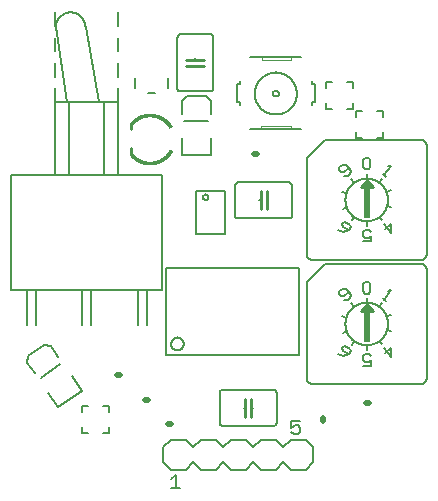
<source format=gto>
G75*
%MOIN*%
%OFA0B0*%
%FSLAX25Y25*%
%IPPOS*%
%LPD*%
%AMOC8*
5,1,8,0,0,1.08239X$1,22.5*
%
%ADD10C,0.00600*%
%ADD11C,0.01000*%
%ADD12C,0.00800*%
%ADD13C,0.00500*%
%ADD14C,0.00100*%
%ADD15C,0.02000*%
%ADD16R,0.02000X0.10000*%
%ADD17C,0.00200*%
D10*
X0031224Y0022681D02*
X0033224Y0022681D01*
X0031224Y0022681D02*
X0031224Y0024681D01*
X0031224Y0029681D02*
X0031224Y0031681D01*
X0033224Y0031681D01*
X0038224Y0031681D02*
X0040224Y0031681D01*
X0040224Y0029681D01*
X0040224Y0024681D02*
X0040224Y0022681D01*
X0038224Y0022681D01*
X0058165Y0017988D02*
X0058165Y0012988D01*
X0060665Y0010488D01*
X0065665Y0010488D01*
X0068165Y0012988D01*
X0070665Y0010488D01*
X0075665Y0010488D01*
X0078165Y0012988D01*
X0080665Y0010488D01*
X0085665Y0010488D01*
X0088165Y0012988D01*
X0090665Y0010488D01*
X0095665Y0010488D01*
X0098165Y0012988D01*
X0100665Y0010488D01*
X0105665Y0010488D01*
X0108165Y0012988D01*
X0108165Y0017988D01*
X0105665Y0020488D01*
X0100665Y0020488D01*
X0098165Y0017988D01*
X0095665Y0020488D01*
X0090665Y0020488D01*
X0088165Y0017988D01*
X0085665Y0020488D01*
X0080665Y0020488D01*
X0078165Y0017988D01*
X0075665Y0020488D01*
X0070665Y0020488D01*
X0068165Y0017988D01*
X0065665Y0020488D01*
X0060665Y0020488D01*
X0058165Y0017988D01*
X0076933Y0026118D02*
X0076933Y0036118D01*
X0076935Y0036178D01*
X0076940Y0036239D01*
X0076949Y0036298D01*
X0076962Y0036357D01*
X0076978Y0036416D01*
X0076998Y0036473D01*
X0077021Y0036528D01*
X0077048Y0036583D01*
X0077077Y0036635D01*
X0077110Y0036686D01*
X0077146Y0036735D01*
X0077184Y0036781D01*
X0077226Y0036825D01*
X0077270Y0036867D01*
X0077316Y0036905D01*
X0077365Y0036941D01*
X0077416Y0036974D01*
X0077468Y0037003D01*
X0077523Y0037030D01*
X0077578Y0037053D01*
X0077635Y0037073D01*
X0077694Y0037089D01*
X0077753Y0037102D01*
X0077812Y0037111D01*
X0077873Y0037116D01*
X0077933Y0037118D01*
X0094933Y0037118D01*
X0094993Y0037116D01*
X0095054Y0037111D01*
X0095113Y0037102D01*
X0095172Y0037089D01*
X0095231Y0037073D01*
X0095288Y0037053D01*
X0095343Y0037030D01*
X0095398Y0037003D01*
X0095450Y0036974D01*
X0095501Y0036941D01*
X0095550Y0036905D01*
X0095596Y0036867D01*
X0095640Y0036825D01*
X0095682Y0036781D01*
X0095720Y0036735D01*
X0095756Y0036686D01*
X0095789Y0036635D01*
X0095818Y0036583D01*
X0095845Y0036528D01*
X0095868Y0036473D01*
X0095888Y0036416D01*
X0095904Y0036357D01*
X0095917Y0036298D01*
X0095926Y0036239D01*
X0095931Y0036178D01*
X0095933Y0036118D01*
X0095933Y0026118D01*
X0095931Y0026058D01*
X0095926Y0025997D01*
X0095917Y0025938D01*
X0095904Y0025879D01*
X0095888Y0025820D01*
X0095868Y0025763D01*
X0095845Y0025708D01*
X0095818Y0025653D01*
X0095789Y0025601D01*
X0095756Y0025550D01*
X0095720Y0025501D01*
X0095682Y0025455D01*
X0095640Y0025411D01*
X0095596Y0025369D01*
X0095550Y0025331D01*
X0095501Y0025295D01*
X0095450Y0025262D01*
X0095398Y0025233D01*
X0095343Y0025206D01*
X0095288Y0025183D01*
X0095231Y0025163D01*
X0095172Y0025147D01*
X0095113Y0025134D01*
X0095054Y0025125D01*
X0094993Y0025120D01*
X0094933Y0025118D01*
X0077933Y0025118D01*
X0077873Y0025120D01*
X0077812Y0025125D01*
X0077753Y0025134D01*
X0077694Y0025147D01*
X0077635Y0025163D01*
X0077578Y0025183D01*
X0077523Y0025206D01*
X0077468Y0025233D01*
X0077416Y0025262D01*
X0077365Y0025295D01*
X0077316Y0025331D01*
X0077270Y0025369D01*
X0077226Y0025411D01*
X0077184Y0025455D01*
X0077146Y0025501D01*
X0077110Y0025550D01*
X0077077Y0025601D01*
X0077048Y0025653D01*
X0077021Y0025708D01*
X0076998Y0025763D01*
X0076978Y0025820D01*
X0076962Y0025879D01*
X0076949Y0025938D01*
X0076940Y0025997D01*
X0076935Y0026058D01*
X0076933Y0026118D01*
X0084933Y0031118D02*
X0085433Y0031118D01*
X0087433Y0031118D02*
X0087933Y0031118D01*
X0106000Y0041071D02*
X0106000Y0073071D01*
X0112000Y0079071D01*
X0144000Y0079071D01*
X0144000Y0080409D02*
X0108000Y0080409D01*
X0107913Y0080411D01*
X0107826Y0080417D01*
X0107739Y0080426D01*
X0107653Y0080439D01*
X0107567Y0080456D01*
X0107482Y0080477D01*
X0107399Y0080502D01*
X0107316Y0080530D01*
X0107235Y0080561D01*
X0107155Y0080596D01*
X0107077Y0080635D01*
X0107000Y0080677D01*
X0106925Y0080722D01*
X0106853Y0080771D01*
X0106782Y0080822D01*
X0106714Y0080877D01*
X0106649Y0080934D01*
X0106586Y0080995D01*
X0106525Y0081058D01*
X0106468Y0081123D01*
X0106413Y0081191D01*
X0106362Y0081262D01*
X0106313Y0081334D01*
X0106268Y0081409D01*
X0106226Y0081486D01*
X0106187Y0081564D01*
X0106152Y0081644D01*
X0106121Y0081725D01*
X0106093Y0081808D01*
X0106068Y0081891D01*
X0106047Y0081976D01*
X0106030Y0082062D01*
X0106017Y0082148D01*
X0106008Y0082235D01*
X0106002Y0082322D01*
X0106000Y0082409D01*
X0106000Y0114409D01*
X0112000Y0120409D01*
X0144000Y0120409D01*
X0144087Y0120407D01*
X0144174Y0120401D01*
X0144261Y0120392D01*
X0144347Y0120379D01*
X0144433Y0120362D01*
X0144518Y0120341D01*
X0144601Y0120316D01*
X0144684Y0120288D01*
X0144765Y0120257D01*
X0144845Y0120222D01*
X0144923Y0120183D01*
X0145000Y0120141D01*
X0145075Y0120096D01*
X0145147Y0120047D01*
X0145218Y0119996D01*
X0145286Y0119941D01*
X0145351Y0119884D01*
X0145414Y0119823D01*
X0145475Y0119760D01*
X0145532Y0119695D01*
X0145587Y0119627D01*
X0145638Y0119556D01*
X0145687Y0119484D01*
X0145732Y0119409D01*
X0145774Y0119332D01*
X0145813Y0119254D01*
X0145848Y0119174D01*
X0145879Y0119093D01*
X0145907Y0119010D01*
X0145932Y0118927D01*
X0145953Y0118842D01*
X0145970Y0118756D01*
X0145983Y0118670D01*
X0145992Y0118583D01*
X0145998Y0118496D01*
X0146000Y0118409D01*
X0146000Y0082409D01*
X0145998Y0082322D01*
X0145992Y0082235D01*
X0145983Y0082148D01*
X0145970Y0082062D01*
X0145953Y0081976D01*
X0145932Y0081891D01*
X0145907Y0081808D01*
X0145879Y0081725D01*
X0145848Y0081644D01*
X0145813Y0081564D01*
X0145774Y0081486D01*
X0145732Y0081409D01*
X0145687Y0081334D01*
X0145638Y0081262D01*
X0145587Y0081191D01*
X0145532Y0081123D01*
X0145475Y0081058D01*
X0145414Y0080995D01*
X0145351Y0080934D01*
X0145286Y0080877D01*
X0145218Y0080822D01*
X0145147Y0080771D01*
X0145075Y0080722D01*
X0145000Y0080677D01*
X0144923Y0080635D01*
X0144845Y0080596D01*
X0144765Y0080561D01*
X0144684Y0080530D01*
X0144601Y0080502D01*
X0144518Y0080477D01*
X0144433Y0080456D01*
X0144347Y0080439D01*
X0144261Y0080426D01*
X0144174Y0080417D01*
X0144087Y0080411D01*
X0144000Y0080409D01*
X0144000Y0079071D02*
X0144087Y0079069D01*
X0144174Y0079063D01*
X0144261Y0079054D01*
X0144347Y0079041D01*
X0144433Y0079024D01*
X0144518Y0079003D01*
X0144601Y0078978D01*
X0144684Y0078950D01*
X0144765Y0078919D01*
X0144845Y0078884D01*
X0144923Y0078845D01*
X0145000Y0078803D01*
X0145075Y0078758D01*
X0145147Y0078709D01*
X0145218Y0078658D01*
X0145286Y0078603D01*
X0145351Y0078546D01*
X0145414Y0078485D01*
X0145475Y0078422D01*
X0145532Y0078357D01*
X0145587Y0078289D01*
X0145638Y0078218D01*
X0145687Y0078146D01*
X0145732Y0078071D01*
X0145774Y0077994D01*
X0145813Y0077916D01*
X0145848Y0077836D01*
X0145879Y0077755D01*
X0145907Y0077672D01*
X0145932Y0077589D01*
X0145953Y0077504D01*
X0145970Y0077418D01*
X0145983Y0077332D01*
X0145992Y0077245D01*
X0145998Y0077158D01*
X0146000Y0077071D01*
X0146000Y0041071D01*
X0145998Y0040984D01*
X0145992Y0040897D01*
X0145983Y0040810D01*
X0145970Y0040724D01*
X0145953Y0040638D01*
X0145932Y0040553D01*
X0145907Y0040470D01*
X0145879Y0040387D01*
X0145848Y0040306D01*
X0145813Y0040226D01*
X0145774Y0040148D01*
X0145732Y0040071D01*
X0145687Y0039996D01*
X0145638Y0039924D01*
X0145587Y0039853D01*
X0145532Y0039785D01*
X0145475Y0039720D01*
X0145414Y0039657D01*
X0145351Y0039596D01*
X0145286Y0039539D01*
X0145218Y0039484D01*
X0145147Y0039433D01*
X0145075Y0039384D01*
X0145000Y0039339D01*
X0144923Y0039297D01*
X0144845Y0039258D01*
X0144765Y0039223D01*
X0144684Y0039192D01*
X0144601Y0039164D01*
X0144518Y0039139D01*
X0144433Y0039118D01*
X0144347Y0039101D01*
X0144261Y0039088D01*
X0144174Y0039079D01*
X0144087Y0039073D01*
X0144000Y0039071D01*
X0108000Y0039071D01*
X0107913Y0039073D01*
X0107826Y0039079D01*
X0107739Y0039088D01*
X0107653Y0039101D01*
X0107567Y0039118D01*
X0107482Y0039139D01*
X0107399Y0039164D01*
X0107316Y0039192D01*
X0107235Y0039223D01*
X0107155Y0039258D01*
X0107077Y0039297D01*
X0107000Y0039339D01*
X0106925Y0039384D01*
X0106853Y0039433D01*
X0106782Y0039484D01*
X0106714Y0039539D01*
X0106649Y0039596D01*
X0106586Y0039657D01*
X0106525Y0039720D01*
X0106468Y0039785D01*
X0106413Y0039853D01*
X0106362Y0039924D01*
X0106313Y0039996D01*
X0106268Y0040071D01*
X0106226Y0040148D01*
X0106187Y0040226D01*
X0106152Y0040306D01*
X0106121Y0040387D01*
X0106093Y0040470D01*
X0106068Y0040553D01*
X0106047Y0040638D01*
X0106030Y0040724D01*
X0106017Y0040810D01*
X0106008Y0040897D01*
X0106002Y0040984D01*
X0106000Y0041071D01*
X0103515Y0048812D02*
X0103515Y0077812D01*
X0059015Y0077812D01*
X0059015Y0048812D01*
X0103515Y0048812D01*
X0116400Y0048871D02*
X0118100Y0048271D01*
X0120000Y0048871D01*
X0120700Y0049871D01*
X0120500Y0050771D01*
X0119500Y0051471D01*
X0118500Y0051571D01*
X0117800Y0050871D01*
X0118000Y0050071D01*
X0120000Y0048871D01*
X0121000Y0052171D02*
X0121800Y0053371D01*
X0119400Y0056571D02*
X0118000Y0055971D01*
X0119200Y0061171D02*
X0117900Y0061671D01*
X0121800Y0064771D02*
X0120900Y0065971D01*
X0119600Y0066871D02*
X0120500Y0067571D01*
X0120700Y0068571D01*
X0120000Y0069571D01*
X0119200Y0070671D01*
X0118100Y0070771D01*
X0116900Y0069871D01*
X0116900Y0068971D01*
X0117500Y0068371D01*
X0118400Y0068371D01*
X0120000Y0069571D01*
X0119600Y0066871D02*
X0118500Y0066871D01*
X0124800Y0069871D02*
X0124800Y0072271D01*
X0125400Y0072871D01*
X0126600Y0072871D01*
X0127200Y0072271D01*
X0127200Y0069871D01*
X0126600Y0069171D01*
X0125400Y0069171D01*
X0124800Y0069871D01*
X0126000Y0067671D02*
X0126000Y0066271D01*
X0130200Y0064771D02*
X0131000Y0065971D01*
X0131900Y0067171D02*
X0131300Y0067571D01*
X0131900Y0067171D02*
X0134200Y0070271D01*
X0133000Y0070171D01*
X0131900Y0067171D02*
X0132500Y0066671D01*
X0134000Y0062171D02*
X0132600Y0061571D01*
X0132800Y0056971D02*
X0134200Y0056571D01*
X0130200Y0053371D02*
X0131000Y0052271D01*
X0131900Y0050971D02*
X0134200Y0047871D01*
X0134200Y0050971D01*
X0132000Y0049271D01*
X0127300Y0048371D02*
X0126700Y0048971D01*
X0125400Y0048971D01*
X0124800Y0048371D01*
X0124800Y0047071D01*
X0125400Y0046471D01*
X0126700Y0046471D01*
X0127300Y0047071D01*
X0127300Y0045171D01*
X0124800Y0045171D01*
X0126000Y0050471D02*
X0126000Y0051971D01*
X0118900Y0059071D02*
X0118902Y0059245D01*
X0118909Y0059419D01*
X0118919Y0059593D01*
X0118934Y0059767D01*
X0118953Y0059940D01*
X0118977Y0060113D01*
X0119005Y0060285D01*
X0119036Y0060456D01*
X0119073Y0060627D01*
X0119113Y0060796D01*
X0119157Y0060965D01*
X0119206Y0061132D01*
X0119258Y0061298D01*
X0119315Y0061463D01*
X0119376Y0061626D01*
X0119440Y0061788D01*
X0119509Y0061948D01*
X0119582Y0062107D01*
X0119658Y0062263D01*
X0119738Y0062418D01*
X0119822Y0062571D01*
X0119910Y0062721D01*
X0120002Y0062869D01*
X0120097Y0063016D01*
X0120195Y0063159D01*
X0120297Y0063300D01*
X0120403Y0063439D01*
X0120512Y0063575D01*
X0120624Y0063709D01*
X0120739Y0063839D01*
X0120858Y0063967D01*
X0120980Y0064091D01*
X0121104Y0064213D01*
X0121232Y0064332D01*
X0121362Y0064447D01*
X0121496Y0064559D01*
X0121632Y0064668D01*
X0121771Y0064774D01*
X0121912Y0064876D01*
X0122055Y0064974D01*
X0122202Y0065069D01*
X0122350Y0065161D01*
X0122500Y0065249D01*
X0122653Y0065333D01*
X0122808Y0065413D01*
X0122964Y0065489D01*
X0123123Y0065562D01*
X0123283Y0065631D01*
X0123445Y0065695D01*
X0123608Y0065756D01*
X0123773Y0065813D01*
X0123939Y0065865D01*
X0124106Y0065914D01*
X0124275Y0065958D01*
X0124444Y0065998D01*
X0124615Y0066035D01*
X0124786Y0066066D01*
X0124958Y0066094D01*
X0125131Y0066118D01*
X0125304Y0066137D01*
X0125478Y0066152D01*
X0125652Y0066162D01*
X0125826Y0066169D01*
X0126000Y0066171D01*
X0126174Y0066169D01*
X0126348Y0066162D01*
X0126522Y0066152D01*
X0126696Y0066137D01*
X0126869Y0066118D01*
X0127042Y0066094D01*
X0127214Y0066066D01*
X0127385Y0066035D01*
X0127556Y0065998D01*
X0127725Y0065958D01*
X0127894Y0065914D01*
X0128061Y0065865D01*
X0128227Y0065813D01*
X0128392Y0065756D01*
X0128555Y0065695D01*
X0128717Y0065631D01*
X0128877Y0065562D01*
X0129036Y0065489D01*
X0129192Y0065413D01*
X0129347Y0065333D01*
X0129500Y0065249D01*
X0129650Y0065161D01*
X0129798Y0065069D01*
X0129945Y0064974D01*
X0130088Y0064876D01*
X0130229Y0064774D01*
X0130368Y0064668D01*
X0130504Y0064559D01*
X0130638Y0064447D01*
X0130768Y0064332D01*
X0130896Y0064213D01*
X0131020Y0064091D01*
X0131142Y0063967D01*
X0131261Y0063839D01*
X0131376Y0063709D01*
X0131488Y0063575D01*
X0131597Y0063439D01*
X0131703Y0063300D01*
X0131805Y0063159D01*
X0131903Y0063016D01*
X0131998Y0062869D01*
X0132090Y0062721D01*
X0132178Y0062571D01*
X0132262Y0062418D01*
X0132342Y0062263D01*
X0132418Y0062107D01*
X0132491Y0061948D01*
X0132560Y0061788D01*
X0132624Y0061626D01*
X0132685Y0061463D01*
X0132742Y0061298D01*
X0132794Y0061132D01*
X0132843Y0060965D01*
X0132887Y0060796D01*
X0132927Y0060627D01*
X0132964Y0060456D01*
X0132995Y0060285D01*
X0133023Y0060113D01*
X0133047Y0059940D01*
X0133066Y0059767D01*
X0133081Y0059593D01*
X0133091Y0059419D01*
X0133098Y0059245D01*
X0133100Y0059071D01*
X0133098Y0058897D01*
X0133091Y0058723D01*
X0133081Y0058549D01*
X0133066Y0058375D01*
X0133047Y0058202D01*
X0133023Y0058029D01*
X0132995Y0057857D01*
X0132964Y0057686D01*
X0132927Y0057515D01*
X0132887Y0057346D01*
X0132843Y0057177D01*
X0132794Y0057010D01*
X0132742Y0056844D01*
X0132685Y0056679D01*
X0132624Y0056516D01*
X0132560Y0056354D01*
X0132491Y0056194D01*
X0132418Y0056035D01*
X0132342Y0055879D01*
X0132262Y0055724D01*
X0132178Y0055571D01*
X0132090Y0055421D01*
X0131998Y0055273D01*
X0131903Y0055126D01*
X0131805Y0054983D01*
X0131703Y0054842D01*
X0131597Y0054703D01*
X0131488Y0054567D01*
X0131376Y0054433D01*
X0131261Y0054303D01*
X0131142Y0054175D01*
X0131020Y0054051D01*
X0130896Y0053929D01*
X0130768Y0053810D01*
X0130638Y0053695D01*
X0130504Y0053583D01*
X0130368Y0053474D01*
X0130229Y0053368D01*
X0130088Y0053266D01*
X0129945Y0053168D01*
X0129798Y0053073D01*
X0129650Y0052981D01*
X0129500Y0052893D01*
X0129347Y0052809D01*
X0129192Y0052729D01*
X0129036Y0052653D01*
X0128877Y0052580D01*
X0128717Y0052511D01*
X0128555Y0052447D01*
X0128392Y0052386D01*
X0128227Y0052329D01*
X0128061Y0052277D01*
X0127894Y0052228D01*
X0127725Y0052184D01*
X0127556Y0052144D01*
X0127385Y0052107D01*
X0127214Y0052076D01*
X0127042Y0052048D01*
X0126869Y0052024D01*
X0126696Y0052005D01*
X0126522Y0051990D01*
X0126348Y0051980D01*
X0126174Y0051973D01*
X0126000Y0051971D01*
X0125826Y0051973D01*
X0125652Y0051980D01*
X0125478Y0051990D01*
X0125304Y0052005D01*
X0125131Y0052024D01*
X0124958Y0052048D01*
X0124786Y0052076D01*
X0124615Y0052107D01*
X0124444Y0052144D01*
X0124275Y0052184D01*
X0124106Y0052228D01*
X0123939Y0052277D01*
X0123773Y0052329D01*
X0123608Y0052386D01*
X0123445Y0052447D01*
X0123283Y0052511D01*
X0123123Y0052580D01*
X0122964Y0052653D01*
X0122808Y0052729D01*
X0122653Y0052809D01*
X0122500Y0052893D01*
X0122350Y0052981D01*
X0122202Y0053073D01*
X0122055Y0053168D01*
X0121912Y0053266D01*
X0121771Y0053368D01*
X0121632Y0053474D01*
X0121496Y0053583D01*
X0121362Y0053695D01*
X0121232Y0053810D01*
X0121104Y0053929D01*
X0120980Y0054051D01*
X0120858Y0054175D01*
X0120739Y0054303D01*
X0120624Y0054433D01*
X0120512Y0054567D01*
X0120403Y0054703D01*
X0120297Y0054842D01*
X0120195Y0054983D01*
X0120097Y0055126D01*
X0120002Y0055273D01*
X0119910Y0055421D01*
X0119822Y0055571D01*
X0119738Y0055724D01*
X0119658Y0055879D01*
X0119582Y0056035D01*
X0119509Y0056194D01*
X0119440Y0056354D01*
X0119376Y0056516D01*
X0119315Y0056679D01*
X0119258Y0056844D01*
X0119206Y0057010D01*
X0119157Y0057177D01*
X0119113Y0057346D01*
X0119073Y0057515D01*
X0119036Y0057686D01*
X0119005Y0057857D01*
X0118977Y0058029D01*
X0118953Y0058202D01*
X0118934Y0058375D01*
X0118919Y0058549D01*
X0118909Y0058723D01*
X0118902Y0058897D01*
X0118900Y0059071D01*
X0124800Y0086509D02*
X0127300Y0086509D01*
X0127300Y0088409D01*
X0126700Y0087809D01*
X0125400Y0087809D01*
X0124800Y0088409D01*
X0124800Y0089709D01*
X0125400Y0090309D01*
X0126700Y0090309D01*
X0127300Y0089709D01*
X0126000Y0091809D02*
X0126000Y0093309D01*
X0121800Y0094709D02*
X0121000Y0093509D01*
X0120500Y0092109D02*
X0120700Y0091209D01*
X0120000Y0090209D01*
X0118100Y0089609D01*
X0116400Y0090209D01*
X0118000Y0091409D02*
X0120000Y0090209D01*
X0120500Y0092109D02*
X0119500Y0092809D01*
X0118500Y0092909D01*
X0117800Y0092209D01*
X0118000Y0091409D01*
X0118000Y0097309D02*
X0119400Y0097909D01*
X0119200Y0102509D02*
X0117900Y0103009D01*
X0121800Y0106109D02*
X0120900Y0107309D01*
X0119600Y0108209D02*
X0120500Y0108909D01*
X0120700Y0109909D01*
X0120000Y0110909D01*
X0119200Y0112009D01*
X0118100Y0112109D01*
X0116900Y0111209D01*
X0116900Y0110309D01*
X0117500Y0109709D01*
X0118400Y0109709D01*
X0120000Y0110909D01*
X0119600Y0108209D02*
X0118500Y0108209D01*
X0124800Y0111209D02*
X0124800Y0113609D01*
X0125400Y0114209D01*
X0126600Y0114209D01*
X0127200Y0113609D01*
X0127200Y0111209D01*
X0126600Y0110509D01*
X0125400Y0110509D01*
X0124800Y0111209D01*
X0126000Y0109009D02*
X0126000Y0107609D01*
X0130200Y0106109D02*
X0131000Y0107309D01*
X0131900Y0108509D02*
X0131300Y0108909D01*
X0131900Y0108509D02*
X0134200Y0111609D01*
X0133000Y0111509D01*
X0131900Y0108509D02*
X0132500Y0108009D01*
X0134000Y0103509D02*
X0132600Y0102909D01*
X0132800Y0098309D02*
X0134200Y0097909D01*
X0130200Y0094709D02*
X0131000Y0093609D01*
X0131900Y0092309D02*
X0134200Y0089209D01*
X0134200Y0092309D01*
X0132000Y0090609D01*
X0118900Y0100409D02*
X0118902Y0100583D01*
X0118909Y0100757D01*
X0118919Y0100931D01*
X0118934Y0101105D01*
X0118953Y0101278D01*
X0118977Y0101451D01*
X0119005Y0101623D01*
X0119036Y0101794D01*
X0119073Y0101965D01*
X0119113Y0102134D01*
X0119157Y0102303D01*
X0119206Y0102470D01*
X0119258Y0102636D01*
X0119315Y0102801D01*
X0119376Y0102964D01*
X0119440Y0103126D01*
X0119509Y0103286D01*
X0119582Y0103445D01*
X0119658Y0103601D01*
X0119738Y0103756D01*
X0119822Y0103909D01*
X0119910Y0104059D01*
X0120002Y0104207D01*
X0120097Y0104354D01*
X0120195Y0104497D01*
X0120297Y0104638D01*
X0120403Y0104777D01*
X0120512Y0104913D01*
X0120624Y0105047D01*
X0120739Y0105177D01*
X0120858Y0105305D01*
X0120980Y0105429D01*
X0121104Y0105551D01*
X0121232Y0105670D01*
X0121362Y0105785D01*
X0121496Y0105897D01*
X0121632Y0106006D01*
X0121771Y0106112D01*
X0121912Y0106214D01*
X0122055Y0106312D01*
X0122202Y0106407D01*
X0122350Y0106499D01*
X0122500Y0106587D01*
X0122653Y0106671D01*
X0122808Y0106751D01*
X0122964Y0106827D01*
X0123123Y0106900D01*
X0123283Y0106969D01*
X0123445Y0107033D01*
X0123608Y0107094D01*
X0123773Y0107151D01*
X0123939Y0107203D01*
X0124106Y0107252D01*
X0124275Y0107296D01*
X0124444Y0107336D01*
X0124615Y0107373D01*
X0124786Y0107404D01*
X0124958Y0107432D01*
X0125131Y0107456D01*
X0125304Y0107475D01*
X0125478Y0107490D01*
X0125652Y0107500D01*
X0125826Y0107507D01*
X0126000Y0107509D01*
X0126174Y0107507D01*
X0126348Y0107500D01*
X0126522Y0107490D01*
X0126696Y0107475D01*
X0126869Y0107456D01*
X0127042Y0107432D01*
X0127214Y0107404D01*
X0127385Y0107373D01*
X0127556Y0107336D01*
X0127725Y0107296D01*
X0127894Y0107252D01*
X0128061Y0107203D01*
X0128227Y0107151D01*
X0128392Y0107094D01*
X0128555Y0107033D01*
X0128717Y0106969D01*
X0128877Y0106900D01*
X0129036Y0106827D01*
X0129192Y0106751D01*
X0129347Y0106671D01*
X0129500Y0106587D01*
X0129650Y0106499D01*
X0129798Y0106407D01*
X0129945Y0106312D01*
X0130088Y0106214D01*
X0130229Y0106112D01*
X0130368Y0106006D01*
X0130504Y0105897D01*
X0130638Y0105785D01*
X0130768Y0105670D01*
X0130896Y0105551D01*
X0131020Y0105429D01*
X0131142Y0105305D01*
X0131261Y0105177D01*
X0131376Y0105047D01*
X0131488Y0104913D01*
X0131597Y0104777D01*
X0131703Y0104638D01*
X0131805Y0104497D01*
X0131903Y0104354D01*
X0131998Y0104207D01*
X0132090Y0104059D01*
X0132178Y0103909D01*
X0132262Y0103756D01*
X0132342Y0103601D01*
X0132418Y0103445D01*
X0132491Y0103286D01*
X0132560Y0103126D01*
X0132624Y0102964D01*
X0132685Y0102801D01*
X0132742Y0102636D01*
X0132794Y0102470D01*
X0132843Y0102303D01*
X0132887Y0102134D01*
X0132927Y0101965D01*
X0132964Y0101794D01*
X0132995Y0101623D01*
X0133023Y0101451D01*
X0133047Y0101278D01*
X0133066Y0101105D01*
X0133081Y0100931D01*
X0133091Y0100757D01*
X0133098Y0100583D01*
X0133100Y0100409D01*
X0133098Y0100235D01*
X0133091Y0100061D01*
X0133081Y0099887D01*
X0133066Y0099713D01*
X0133047Y0099540D01*
X0133023Y0099367D01*
X0132995Y0099195D01*
X0132964Y0099024D01*
X0132927Y0098853D01*
X0132887Y0098684D01*
X0132843Y0098515D01*
X0132794Y0098348D01*
X0132742Y0098182D01*
X0132685Y0098017D01*
X0132624Y0097854D01*
X0132560Y0097692D01*
X0132491Y0097532D01*
X0132418Y0097373D01*
X0132342Y0097217D01*
X0132262Y0097062D01*
X0132178Y0096909D01*
X0132090Y0096759D01*
X0131998Y0096611D01*
X0131903Y0096464D01*
X0131805Y0096321D01*
X0131703Y0096180D01*
X0131597Y0096041D01*
X0131488Y0095905D01*
X0131376Y0095771D01*
X0131261Y0095641D01*
X0131142Y0095513D01*
X0131020Y0095389D01*
X0130896Y0095267D01*
X0130768Y0095148D01*
X0130638Y0095033D01*
X0130504Y0094921D01*
X0130368Y0094812D01*
X0130229Y0094706D01*
X0130088Y0094604D01*
X0129945Y0094506D01*
X0129798Y0094411D01*
X0129650Y0094319D01*
X0129500Y0094231D01*
X0129347Y0094147D01*
X0129192Y0094067D01*
X0129036Y0093991D01*
X0128877Y0093918D01*
X0128717Y0093849D01*
X0128555Y0093785D01*
X0128392Y0093724D01*
X0128227Y0093667D01*
X0128061Y0093615D01*
X0127894Y0093566D01*
X0127725Y0093522D01*
X0127556Y0093482D01*
X0127385Y0093445D01*
X0127214Y0093414D01*
X0127042Y0093386D01*
X0126869Y0093362D01*
X0126696Y0093343D01*
X0126522Y0093328D01*
X0126348Y0093318D01*
X0126174Y0093311D01*
X0126000Y0093309D01*
X0125826Y0093311D01*
X0125652Y0093318D01*
X0125478Y0093328D01*
X0125304Y0093343D01*
X0125131Y0093362D01*
X0124958Y0093386D01*
X0124786Y0093414D01*
X0124615Y0093445D01*
X0124444Y0093482D01*
X0124275Y0093522D01*
X0124106Y0093566D01*
X0123939Y0093615D01*
X0123773Y0093667D01*
X0123608Y0093724D01*
X0123445Y0093785D01*
X0123283Y0093849D01*
X0123123Y0093918D01*
X0122964Y0093991D01*
X0122808Y0094067D01*
X0122653Y0094147D01*
X0122500Y0094231D01*
X0122350Y0094319D01*
X0122202Y0094411D01*
X0122055Y0094506D01*
X0121912Y0094604D01*
X0121771Y0094706D01*
X0121632Y0094812D01*
X0121496Y0094921D01*
X0121362Y0095033D01*
X0121232Y0095148D01*
X0121104Y0095267D01*
X0120980Y0095389D01*
X0120858Y0095513D01*
X0120739Y0095641D01*
X0120624Y0095771D01*
X0120512Y0095905D01*
X0120403Y0096041D01*
X0120297Y0096180D01*
X0120195Y0096321D01*
X0120097Y0096464D01*
X0120002Y0096611D01*
X0119910Y0096759D01*
X0119822Y0096909D01*
X0119738Y0097062D01*
X0119658Y0097217D01*
X0119582Y0097373D01*
X0119509Y0097532D01*
X0119440Y0097692D01*
X0119376Y0097854D01*
X0119315Y0098017D01*
X0119258Y0098182D01*
X0119206Y0098348D01*
X0119157Y0098515D01*
X0119113Y0098684D01*
X0119073Y0098853D01*
X0119036Y0099024D01*
X0119005Y0099195D01*
X0118977Y0099367D01*
X0118953Y0099540D01*
X0118934Y0099713D01*
X0118919Y0099887D01*
X0118909Y0100061D01*
X0118902Y0100235D01*
X0118900Y0100409D01*
X0101130Y0105213D02*
X0101130Y0095213D01*
X0101128Y0095153D01*
X0101123Y0095092D01*
X0101114Y0095033D01*
X0101101Y0094974D01*
X0101085Y0094915D01*
X0101065Y0094858D01*
X0101042Y0094803D01*
X0101015Y0094748D01*
X0100986Y0094696D01*
X0100953Y0094645D01*
X0100917Y0094596D01*
X0100879Y0094550D01*
X0100837Y0094506D01*
X0100793Y0094464D01*
X0100747Y0094426D01*
X0100698Y0094390D01*
X0100647Y0094357D01*
X0100595Y0094328D01*
X0100540Y0094301D01*
X0100485Y0094278D01*
X0100428Y0094258D01*
X0100369Y0094242D01*
X0100310Y0094229D01*
X0100251Y0094220D01*
X0100190Y0094215D01*
X0100130Y0094213D01*
X0083130Y0094213D01*
X0083070Y0094215D01*
X0083009Y0094220D01*
X0082950Y0094229D01*
X0082891Y0094242D01*
X0082832Y0094258D01*
X0082775Y0094278D01*
X0082720Y0094301D01*
X0082665Y0094328D01*
X0082613Y0094357D01*
X0082562Y0094390D01*
X0082513Y0094426D01*
X0082467Y0094464D01*
X0082423Y0094506D01*
X0082381Y0094550D01*
X0082343Y0094596D01*
X0082307Y0094645D01*
X0082274Y0094696D01*
X0082245Y0094748D01*
X0082218Y0094803D01*
X0082195Y0094858D01*
X0082175Y0094915D01*
X0082159Y0094974D01*
X0082146Y0095033D01*
X0082137Y0095092D01*
X0082132Y0095153D01*
X0082130Y0095213D01*
X0082130Y0105213D01*
X0082132Y0105273D01*
X0082137Y0105334D01*
X0082146Y0105393D01*
X0082159Y0105452D01*
X0082175Y0105511D01*
X0082195Y0105568D01*
X0082218Y0105623D01*
X0082245Y0105678D01*
X0082274Y0105730D01*
X0082307Y0105781D01*
X0082343Y0105830D01*
X0082381Y0105876D01*
X0082423Y0105920D01*
X0082467Y0105962D01*
X0082513Y0106000D01*
X0082562Y0106036D01*
X0082613Y0106069D01*
X0082665Y0106098D01*
X0082720Y0106125D01*
X0082775Y0106148D01*
X0082832Y0106168D01*
X0082891Y0106184D01*
X0082950Y0106197D01*
X0083009Y0106206D01*
X0083070Y0106211D01*
X0083130Y0106213D01*
X0100130Y0106213D01*
X0100190Y0106211D01*
X0100251Y0106206D01*
X0100310Y0106197D01*
X0100369Y0106184D01*
X0100428Y0106168D01*
X0100485Y0106148D01*
X0100540Y0106125D01*
X0100595Y0106098D01*
X0100647Y0106069D01*
X0100698Y0106036D01*
X0100747Y0106000D01*
X0100793Y0105962D01*
X0100837Y0105920D01*
X0100879Y0105876D01*
X0100917Y0105830D01*
X0100953Y0105781D01*
X0100986Y0105730D01*
X0101015Y0105678D01*
X0101042Y0105623D01*
X0101065Y0105568D01*
X0101085Y0105511D01*
X0101101Y0105452D01*
X0101114Y0105393D01*
X0101123Y0105334D01*
X0101128Y0105273D01*
X0101130Y0105213D01*
X0093130Y0100213D02*
X0092630Y0100213D01*
X0090630Y0100213D02*
X0090130Y0100213D01*
X0078598Y0103283D02*
X0078598Y0089110D01*
X0069150Y0089110D01*
X0069150Y0103283D01*
X0078598Y0103283D01*
X0071419Y0101315D02*
X0071421Y0101374D01*
X0071427Y0101432D01*
X0071437Y0101490D01*
X0071450Y0101547D01*
X0071468Y0101604D01*
X0071489Y0101659D01*
X0071514Y0101712D01*
X0071542Y0101763D01*
X0071573Y0101813D01*
X0071608Y0101860D01*
X0071646Y0101905D01*
X0071687Y0101948D01*
X0071731Y0101987D01*
X0071777Y0102023D01*
X0071825Y0102057D01*
X0071876Y0102087D01*
X0071929Y0102113D01*
X0071983Y0102136D01*
X0072038Y0102155D01*
X0072095Y0102171D01*
X0072153Y0102183D01*
X0072211Y0102191D01*
X0072270Y0102195D01*
X0072328Y0102195D01*
X0072387Y0102191D01*
X0072445Y0102183D01*
X0072503Y0102171D01*
X0072560Y0102155D01*
X0072615Y0102136D01*
X0072669Y0102113D01*
X0072722Y0102087D01*
X0072773Y0102057D01*
X0072821Y0102023D01*
X0072867Y0101987D01*
X0072911Y0101948D01*
X0072952Y0101905D01*
X0072990Y0101860D01*
X0073025Y0101813D01*
X0073056Y0101763D01*
X0073084Y0101712D01*
X0073109Y0101659D01*
X0073130Y0101604D01*
X0073148Y0101547D01*
X0073161Y0101490D01*
X0073171Y0101432D01*
X0073177Y0101374D01*
X0073179Y0101315D01*
X0073177Y0101256D01*
X0073171Y0101198D01*
X0073161Y0101140D01*
X0073148Y0101083D01*
X0073130Y0101026D01*
X0073109Y0100971D01*
X0073084Y0100918D01*
X0073056Y0100867D01*
X0073025Y0100817D01*
X0072990Y0100770D01*
X0072952Y0100725D01*
X0072911Y0100682D01*
X0072867Y0100643D01*
X0072821Y0100607D01*
X0072773Y0100573D01*
X0072722Y0100543D01*
X0072669Y0100517D01*
X0072615Y0100494D01*
X0072560Y0100475D01*
X0072503Y0100459D01*
X0072445Y0100447D01*
X0072387Y0100439D01*
X0072328Y0100435D01*
X0072270Y0100435D01*
X0072211Y0100439D01*
X0072153Y0100447D01*
X0072095Y0100459D01*
X0072038Y0100475D01*
X0071983Y0100494D01*
X0071929Y0100517D01*
X0071876Y0100543D01*
X0071825Y0100573D01*
X0071777Y0100607D01*
X0071731Y0100643D01*
X0071687Y0100682D01*
X0071646Y0100725D01*
X0071608Y0100770D01*
X0071573Y0100817D01*
X0071542Y0100867D01*
X0071514Y0100918D01*
X0071489Y0100971D01*
X0071468Y0101026D01*
X0071450Y0101083D01*
X0071437Y0101140D01*
X0071427Y0101198D01*
X0071421Y0101256D01*
X0071419Y0101315D01*
X0057693Y0108677D02*
X0043047Y0108677D01*
X0038520Y0108677D01*
X0026709Y0108677D01*
X0022181Y0108677D01*
X0007535Y0108677D01*
X0007535Y0070488D01*
X0012614Y0070488D01*
X0012614Y0058677D01*
X0015606Y0058677D02*
X0015606Y0070488D01*
X0012614Y0070488D01*
X0015606Y0070488D02*
X0031118Y0070488D01*
X0031118Y0058677D01*
X0034110Y0058677D02*
X0034110Y0070488D01*
X0031118Y0070488D01*
X0034110Y0070488D02*
X0049622Y0070488D01*
X0049622Y0058677D01*
X0052614Y0058677D02*
X0052614Y0070488D01*
X0049622Y0070488D01*
X0052614Y0070488D02*
X0057693Y0070488D01*
X0057693Y0108677D01*
X0036827Y0132866D02*
X0032264Y0157917D01*
X0032262Y0158057D01*
X0032256Y0158197D01*
X0032246Y0158337D01*
X0032233Y0158477D01*
X0032215Y0158616D01*
X0032193Y0158755D01*
X0032168Y0158892D01*
X0032139Y0159030D01*
X0032106Y0159166D01*
X0032069Y0159301D01*
X0032028Y0159435D01*
X0031983Y0159568D01*
X0031935Y0159700D01*
X0031883Y0159830D01*
X0031828Y0159959D01*
X0031769Y0160086D01*
X0031706Y0160212D01*
X0031640Y0160336D01*
X0031571Y0160457D01*
X0031498Y0160577D01*
X0031421Y0160695D01*
X0031342Y0160810D01*
X0031259Y0160924D01*
X0031173Y0161034D01*
X0031084Y0161143D01*
X0030992Y0161249D01*
X0030897Y0161352D01*
X0030800Y0161453D01*
X0030699Y0161550D01*
X0030596Y0161645D01*
X0030490Y0161737D01*
X0030381Y0161826D01*
X0030271Y0161912D01*
X0030157Y0161995D01*
X0030042Y0162074D01*
X0029924Y0162151D01*
X0029804Y0162224D01*
X0029683Y0162293D01*
X0029559Y0162359D01*
X0029433Y0162422D01*
X0029306Y0162481D01*
X0029177Y0162536D01*
X0029047Y0162588D01*
X0028915Y0162636D01*
X0028782Y0162681D01*
X0028648Y0162722D01*
X0028513Y0162759D01*
X0028377Y0162792D01*
X0028239Y0162821D01*
X0028102Y0162846D01*
X0027963Y0162868D01*
X0027824Y0162886D01*
X0027684Y0162899D01*
X0027544Y0162909D01*
X0027404Y0162915D01*
X0027264Y0162917D01*
X0027124Y0162915D01*
X0026984Y0162909D01*
X0026844Y0162899D01*
X0026704Y0162886D01*
X0026565Y0162868D01*
X0026426Y0162846D01*
X0026289Y0162821D01*
X0026151Y0162792D01*
X0026015Y0162759D01*
X0025880Y0162722D01*
X0025746Y0162681D01*
X0025613Y0162636D01*
X0025481Y0162588D01*
X0025351Y0162536D01*
X0025222Y0162481D01*
X0025095Y0162422D01*
X0024969Y0162359D01*
X0024845Y0162293D01*
X0024724Y0162224D01*
X0024604Y0162151D01*
X0024486Y0162074D01*
X0024371Y0161995D01*
X0024257Y0161912D01*
X0024147Y0161826D01*
X0024038Y0161737D01*
X0023932Y0161645D01*
X0023829Y0161550D01*
X0023728Y0161453D01*
X0023631Y0161352D01*
X0023536Y0161249D01*
X0023444Y0161143D01*
X0023355Y0161034D01*
X0023269Y0160924D01*
X0023186Y0160810D01*
X0023107Y0160695D01*
X0023030Y0160577D01*
X0022957Y0160457D01*
X0022888Y0160336D01*
X0022822Y0160212D01*
X0022759Y0160086D01*
X0022700Y0159959D01*
X0022645Y0159830D01*
X0022593Y0159700D01*
X0022545Y0159568D01*
X0022500Y0159435D01*
X0022459Y0159301D01*
X0022422Y0159166D01*
X0022389Y0159030D01*
X0022360Y0158892D01*
X0022335Y0158755D01*
X0022313Y0158616D01*
X0022295Y0158477D01*
X0022282Y0158337D01*
X0022272Y0158197D01*
X0022266Y0158057D01*
X0022264Y0157917D01*
X0026039Y0132866D01*
X0062913Y0137579D02*
X0062913Y0154579D01*
X0062915Y0154639D01*
X0062920Y0154700D01*
X0062929Y0154759D01*
X0062942Y0154818D01*
X0062958Y0154877D01*
X0062978Y0154934D01*
X0063001Y0154989D01*
X0063028Y0155044D01*
X0063057Y0155096D01*
X0063090Y0155147D01*
X0063126Y0155196D01*
X0063164Y0155242D01*
X0063206Y0155286D01*
X0063250Y0155328D01*
X0063296Y0155366D01*
X0063345Y0155402D01*
X0063396Y0155435D01*
X0063448Y0155464D01*
X0063503Y0155491D01*
X0063558Y0155514D01*
X0063615Y0155534D01*
X0063674Y0155550D01*
X0063733Y0155563D01*
X0063792Y0155572D01*
X0063853Y0155577D01*
X0063913Y0155579D01*
X0073913Y0155579D01*
X0073973Y0155577D01*
X0074034Y0155572D01*
X0074093Y0155563D01*
X0074152Y0155550D01*
X0074211Y0155534D01*
X0074268Y0155514D01*
X0074323Y0155491D01*
X0074378Y0155464D01*
X0074430Y0155435D01*
X0074481Y0155402D01*
X0074530Y0155366D01*
X0074576Y0155328D01*
X0074620Y0155286D01*
X0074662Y0155242D01*
X0074700Y0155196D01*
X0074736Y0155147D01*
X0074769Y0155096D01*
X0074798Y0155044D01*
X0074825Y0154989D01*
X0074848Y0154934D01*
X0074868Y0154877D01*
X0074884Y0154818D01*
X0074897Y0154759D01*
X0074906Y0154700D01*
X0074911Y0154639D01*
X0074913Y0154579D01*
X0074913Y0137579D01*
X0074911Y0137519D01*
X0074906Y0137458D01*
X0074897Y0137399D01*
X0074884Y0137340D01*
X0074868Y0137281D01*
X0074848Y0137224D01*
X0074825Y0137169D01*
X0074798Y0137114D01*
X0074769Y0137062D01*
X0074736Y0137011D01*
X0074700Y0136962D01*
X0074662Y0136916D01*
X0074620Y0136872D01*
X0074576Y0136830D01*
X0074530Y0136792D01*
X0074481Y0136756D01*
X0074430Y0136723D01*
X0074378Y0136694D01*
X0074323Y0136667D01*
X0074268Y0136644D01*
X0074211Y0136624D01*
X0074152Y0136608D01*
X0074093Y0136595D01*
X0074034Y0136586D01*
X0073973Y0136581D01*
X0073913Y0136579D01*
X0063913Y0136579D01*
X0063853Y0136581D01*
X0063792Y0136586D01*
X0063733Y0136595D01*
X0063674Y0136608D01*
X0063615Y0136624D01*
X0063558Y0136644D01*
X0063503Y0136667D01*
X0063448Y0136694D01*
X0063396Y0136723D01*
X0063345Y0136756D01*
X0063296Y0136792D01*
X0063250Y0136830D01*
X0063206Y0136872D01*
X0063164Y0136916D01*
X0063126Y0136962D01*
X0063090Y0137011D01*
X0063057Y0137062D01*
X0063028Y0137114D01*
X0063001Y0137169D01*
X0062978Y0137224D01*
X0062958Y0137281D01*
X0062942Y0137340D01*
X0062929Y0137399D01*
X0062920Y0137458D01*
X0062915Y0137519D01*
X0062913Y0137579D01*
X0068913Y0144579D02*
X0068913Y0145079D01*
X0068913Y0147079D02*
X0068913Y0147579D01*
X0082685Y0138843D02*
X0082685Y0132843D01*
X0083685Y0132843D01*
X0083685Y0131843D01*
X0083685Y0138843D02*
X0082685Y0138843D01*
X0083685Y0138843D02*
X0083685Y0139843D01*
X0087185Y0147843D02*
X0091185Y0147843D01*
X0100685Y0147843D01*
X0104185Y0147843D01*
X0107685Y0139843D02*
X0107685Y0138843D01*
X0108685Y0138843D01*
X0108685Y0132843D01*
X0107685Y0132843D01*
X0107685Y0131843D01*
X0112524Y0132791D02*
X0112524Y0130791D01*
X0114524Y0130791D01*
X0119524Y0130791D02*
X0121524Y0130791D01*
X0121524Y0132791D01*
X0122445Y0129988D02*
X0122445Y0127988D01*
X0122445Y0129988D02*
X0124445Y0129988D01*
X0129445Y0129988D02*
X0131445Y0129988D01*
X0131445Y0127988D01*
X0131445Y0122988D02*
X0131445Y0120988D01*
X0129445Y0120988D01*
X0124445Y0120988D02*
X0122445Y0120988D01*
X0122445Y0122988D01*
X0121524Y0137791D02*
X0121524Y0139791D01*
X0119524Y0139791D01*
X0114524Y0139791D02*
X0112524Y0139791D01*
X0112524Y0137791D01*
X0104185Y0123843D02*
X0100685Y0123843D01*
X0090685Y0123843D01*
X0087185Y0123843D01*
X0094685Y0135843D02*
X0094687Y0135906D01*
X0094693Y0135968D01*
X0094703Y0136030D01*
X0094716Y0136092D01*
X0094734Y0136152D01*
X0094755Y0136211D01*
X0094780Y0136269D01*
X0094809Y0136325D01*
X0094841Y0136379D01*
X0094876Y0136431D01*
X0094914Y0136480D01*
X0094956Y0136528D01*
X0095000Y0136572D01*
X0095048Y0136614D01*
X0095097Y0136652D01*
X0095149Y0136687D01*
X0095203Y0136719D01*
X0095259Y0136748D01*
X0095317Y0136773D01*
X0095376Y0136794D01*
X0095436Y0136812D01*
X0095498Y0136825D01*
X0095560Y0136835D01*
X0095622Y0136841D01*
X0095685Y0136843D01*
X0095748Y0136841D01*
X0095810Y0136835D01*
X0095872Y0136825D01*
X0095934Y0136812D01*
X0095994Y0136794D01*
X0096053Y0136773D01*
X0096111Y0136748D01*
X0096167Y0136719D01*
X0096221Y0136687D01*
X0096273Y0136652D01*
X0096322Y0136614D01*
X0096370Y0136572D01*
X0096414Y0136528D01*
X0096456Y0136480D01*
X0096494Y0136431D01*
X0096529Y0136379D01*
X0096561Y0136325D01*
X0096590Y0136269D01*
X0096615Y0136211D01*
X0096636Y0136152D01*
X0096654Y0136092D01*
X0096667Y0136030D01*
X0096677Y0135968D01*
X0096683Y0135906D01*
X0096685Y0135843D01*
X0096683Y0135780D01*
X0096677Y0135718D01*
X0096667Y0135656D01*
X0096654Y0135594D01*
X0096636Y0135534D01*
X0096615Y0135475D01*
X0096590Y0135417D01*
X0096561Y0135361D01*
X0096529Y0135307D01*
X0096494Y0135255D01*
X0096456Y0135206D01*
X0096414Y0135158D01*
X0096370Y0135114D01*
X0096322Y0135072D01*
X0096273Y0135034D01*
X0096221Y0134999D01*
X0096167Y0134967D01*
X0096111Y0134938D01*
X0096053Y0134913D01*
X0095994Y0134892D01*
X0095934Y0134874D01*
X0095872Y0134861D01*
X0095810Y0134851D01*
X0095748Y0134845D01*
X0095685Y0134843D01*
X0095622Y0134845D01*
X0095560Y0134851D01*
X0095498Y0134861D01*
X0095436Y0134874D01*
X0095376Y0134892D01*
X0095317Y0134913D01*
X0095259Y0134938D01*
X0095203Y0134967D01*
X0095149Y0134999D01*
X0095097Y0135034D01*
X0095048Y0135072D01*
X0095000Y0135114D01*
X0094956Y0135158D01*
X0094914Y0135206D01*
X0094876Y0135255D01*
X0094841Y0135307D01*
X0094809Y0135361D01*
X0094780Y0135417D01*
X0094755Y0135475D01*
X0094734Y0135534D01*
X0094716Y0135594D01*
X0094703Y0135656D01*
X0094693Y0135718D01*
X0094687Y0135780D01*
X0094685Y0135843D01*
X0088685Y0135843D02*
X0088687Y0136015D01*
X0088693Y0136186D01*
X0088704Y0136358D01*
X0088719Y0136529D01*
X0088738Y0136700D01*
X0088761Y0136870D01*
X0088788Y0137040D01*
X0088820Y0137209D01*
X0088855Y0137377D01*
X0088895Y0137544D01*
X0088939Y0137710D01*
X0088986Y0137875D01*
X0089038Y0138039D01*
X0089094Y0138201D01*
X0089154Y0138362D01*
X0089218Y0138522D01*
X0089286Y0138680D01*
X0089357Y0138836D01*
X0089432Y0138990D01*
X0089512Y0139143D01*
X0089594Y0139293D01*
X0089681Y0139442D01*
X0089771Y0139588D01*
X0089865Y0139732D01*
X0089962Y0139874D01*
X0090063Y0140013D01*
X0090167Y0140150D01*
X0090274Y0140284D01*
X0090385Y0140415D01*
X0090498Y0140544D01*
X0090615Y0140670D01*
X0090735Y0140793D01*
X0090858Y0140913D01*
X0090984Y0141030D01*
X0091113Y0141143D01*
X0091244Y0141254D01*
X0091378Y0141361D01*
X0091515Y0141465D01*
X0091654Y0141566D01*
X0091796Y0141663D01*
X0091940Y0141757D01*
X0092086Y0141847D01*
X0092235Y0141934D01*
X0092385Y0142016D01*
X0092538Y0142096D01*
X0092692Y0142171D01*
X0092848Y0142242D01*
X0093006Y0142310D01*
X0093166Y0142374D01*
X0093327Y0142434D01*
X0093489Y0142490D01*
X0093653Y0142542D01*
X0093818Y0142589D01*
X0093984Y0142633D01*
X0094151Y0142673D01*
X0094319Y0142708D01*
X0094488Y0142740D01*
X0094658Y0142767D01*
X0094828Y0142790D01*
X0094999Y0142809D01*
X0095170Y0142824D01*
X0095342Y0142835D01*
X0095513Y0142841D01*
X0095685Y0142843D01*
X0095857Y0142841D01*
X0096028Y0142835D01*
X0096200Y0142824D01*
X0096371Y0142809D01*
X0096542Y0142790D01*
X0096712Y0142767D01*
X0096882Y0142740D01*
X0097051Y0142708D01*
X0097219Y0142673D01*
X0097386Y0142633D01*
X0097552Y0142589D01*
X0097717Y0142542D01*
X0097881Y0142490D01*
X0098043Y0142434D01*
X0098204Y0142374D01*
X0098364Y0142310D01*
X0098522Y0142242D01*
X0098678Y0142171D01*
X0098832Y0142096D01*
X0098985Y0142016D01*
X0099135Y0141934D01*
X0099284Y0141847D01*
X0099430Y0141757D01*
X0099574Y0141663D01*
X0099716Y0141566D01*
X0099855Y0141465D01*
X0099992Y0141361D01*
X0100126Y0141254D01*
X0100257Y0141143D01*
X0100386Y0141030D01*
X0100512Y0140913D01*
X0100635Y0140793D01*
X0100755Y0140670D01*
X0100872Y0140544D01*
X0100985Y0140415D01*
X0101096Y0140284D01*
X0101203Y0140150D01*
X0101307Y0140013D01*
X0101408Y0139874D01*
X0101505Y0139732D01*
X0101599Y0139588D01*
X0101689Y0139442D01*
X0101776Y0139293D01*
X0101858Y0139143D01*
X0101938Y0138990D01*
X0102013Y0138836D01*
X0102084Y0138680D01*
X0102152Y0138522D01*
X0102216Y0138362D01*
X0102276Y0138201D01*
X0102332Y0138039D01*
X0102384Y0137875D01*
X0102431Y0137710D01*
X0102475Y0137544D01*
X0102515Y0137377D01*
X0102550Y0137209D01*
X0102582Y0137040D01*
X0102609Y0136870D01*
X0102632Y0136700D01*
X0102651Y0136529D01*
X0102666Y0136358D01*
X0102677Y0136186D01*
X0102683Y0136015D01*
X0102685Y0135843D01*
X0102683Y0135671D01*
X0102677Y0135500D01*
X0102666Y0135328D01*
X0102651Y0135157D01*
X0102632Y0134986D01*
X0102609Y0134816D01*
X0102582Y0134646D01*
X0102550Y0134477D01*
X0102515Y0134309D01*
X0102475Y0134142D01*
X0102431Y0133976D01*
X0102384Y0133811D01*
X0102332Y0133647D01*
X0102276Y0133485D01*
X0102216Y0133324D01*
X0102152Y0133164D01*
X0102084Y0133006D01*
X0102013Y0132850D01*
X0101938Y0132696D01*
X0101858Y0132543D01*
X0101776Y0132393D01*
X0101689Y0132244D01*
X0101599Y0132098D01*
X0101505Y0131954D01*
X0101408Y0131812D01*
X0101307Y0131673D01*
X0101203Y0131536D01*
X0101096Y0131402D01*
X0100985Y0131271D01*
X0100872Y0131142D01*
X0100755Y0131016D01*
X0100635Y0130893D01*
X0100512Y0130773D01*
X0100386Y0130656D01*
X0100257Y0130543D01*
X0100126Y0130432D01*
X0099992Y0130325D01*
X0099855Y0130221D01*
X0099716Y0130120D01*
X0099574Y0130023D01*
X0099430Y0129929D01*
X0099284Y0129839D01*
X0099135Y0129752D01*
X0098985Y0129670D01*
X0098832Y0129590D01*
X0098678Y0129515D01*
X0098522Y0129444D01*
X0098364Y0129376D01*
X0098204Y0129312D01*
X0098043Y0129252D01*
X0097881Y0129196D01*
X0097717Y0129144D01*
X0097552Y0129097D01*
X0097386Y0129053D01*
X0097219Y0129013D01*
X0097051Y0128978D01*
X0096882Y0128946D01*
X0096712Y0128919D01*
X0096542Y0128896D01*
X0096371Y0128877D01*
X0096200Y0128862D01*
X0096028Y0128851D01*
X0095857Y0128845D01*
X0095685Y0128843D01*
X0095513Y0128845D01*
X0095342Y0128851D01*
X0095170Y0128862D01*
X0094999Y0128877D01*
X0094828Y0128896D01*
X0094658Y0128919D01*
X0094488Y0128946D01*
X0094319Y0128978D01*
X0094151Y0129013D01*
X0093984Y0129053D01*
X0093818Y0129097D01*
X0093653Y0129144D01*
X0093489Y0129196D01*
X0093327Y0129252D01*
X0093166Y0129312D01*
X0093006Y0129376D01*
X0092848Y0129444D01*
X0092692Y0129515D01*
X0092538Y0129590D01*
X0092385Y0129670D01*
X0092235Y0129752D01*
X0092086Y0129839D01*
X0091940Y0129929D01*
X0091796Y0130023D01*
X0091654Y0130120D01*
X0091515Y0130221D01*
X0091378Y0130325D01*
X0091244Y0130432D01*
X0091113Y0130543D01*
X0090984Y0130656D01*
X0090858Y0130773D01*
X0090735Y0130893D01*
X0090615Y0131016D01*
X0090498Y0131142D01*
X0090385Y0131271D01*
X0090274Y0131402D01*
X0090167Y0131536D01*
X0090063Y0131673D01*
X0089962Y0131812D01*
X0089865Y0131954D01*
X0089771Y0132098D01*
X0089681Y0132244D01*
X0089594Y0132393D01*
X0089512Y0132543D01*
X0089432Y0132696D01*
X0089357Y0132850D01*
X0089286Y0133006D01*
X0089218Y0133164D01*
X0089154Y0133324D01*
X0089094Y0133485D01*
X0089038Y0133647D01*
X0088986Y0133811D01*
X0088939Y0133976D01*
X0088895Y0134142D01*
X0088855Y0134309D01*
X0088820Y0134477D01*
X0088788Y0134646D01*
X0088761Y0134816D01*
X0088738Y0134986D01*
X0088719Y0135157D01*
X0088704Y0135328D01*
X0088693Y0135500D01*
X0088687Y0135671D01*
X0088685Y0135843D01*
X0060815Y0052412D02*
X0060817Y0052504D01*
X0060823Y0052595D01*
X0060833Y0052686D01*
X0060847Y0052777D01*
X0060865Y0052867D01*
X0060887Y0052956D01*
X0060912Y0053043D01*
X0060942Y0053130D01*
X0060975Y0053216D01*
X0061012Y0053299D01*
X0061052Y0053382D01*
X0061096Y0053462D01*
X0061144Y0053540D01*
X0061195Y0053617D01*
X0061249Y0053690D01*
X0061306Y0053762D01*
X0061367Y0053831D01*
X0061430Y0053897D01*
X0061496Y0053960D01*
X0061565Y0054021D01*
X0061637Y0054078D01*
X0061710Y0054132D01*
X0061787Y0054183D01*
X0061865Y0054231D01*
X0061945Y0054275D01*
X0062028Y0054315D01*
X0062111Y0054352D01*
X0062197Y0054385D01*
X0062284Y0054415D01*
X0062371Y0054440D01*
X0062460Y0054462D01*
X0062550Y0054480D01*
X0062641Y0054494D01*
X0062732Y0054504D01*
X0062823Y0054510D01*
X0062915Y0054512D01*
X0063007Y0054510D01*
X0063098Y0054504D01*
X0063189Y0054494D01*
X0063280Y0054480D01*
X0063370Y0054462D01*
X0063459Y0054440D01*
X0063546Y0054415D01*
X0063633Y0054385D01*
X0063719Y0054352D01*
X0063802Y0054315D01*
X0063885Y0054275D01*
X0063965Y0054231D01*
X0064043Y0054183D01*
X0064120Y0054132D01*
X0064193Y0054078D01*
X0064265Y0054021D01*
X0064334Y0053960D01*
X0064400Y0053897D01*
X0064463Y0053831D01*
X0064524Y0053762D01*
X0064581Y0053690D01*
X0064635Y0053617D01*
X0064686Y0053540D01*
X0064734Y0053462D01*
X0064778Y0053382D01*
X0064818Y0053299D01*
X0064855Y0053216D01*
X0064888Y0053130D01*
X0064918Y0053043D01*
X0064943Y0052956D01*
X0064965Y0052867D01*
X0064983Y0052777D01*
X0064997Y0052686D01*
X0065007Y0052595D01*
X0065013Y0052504D01*
X0065015Y0052412D01*
X0065013Y0052320D01*
X0065007Y0052229D01*
X0064997Y0052138D01*
X0064983Y0052047D01*
X0064965Y0051957D01*
X0064943Y0051868D01*
X0064918Y0051781D01*
X0064888Y0051694D01*
X0064855Y0051608D01*
X0064818Y0051525D01*
X0064778Y0051442D01*
X0064734Y0051362D01*
X0064686Y0051284D01*
X0064635Y0051207D01*
X0064581Y0051134D01*
X0064524Y0051062D01*
X0064463Y0050993D01*
X0064400Y0050927D01*
X0064334Y0050864D01*
X0064265Y0050803D01*
X0064193Y0050746D01*
X0064120Y0050692D01*
X0064043Y0050641D01*
X0063965Y0050593D01*
X0063885Y0050549D01*
X0063802Y0050509D01*
X0063719Y0050472D01*
X0063633Y0050439D01*
X0063546Y0050409D01*
X0063459Y0050384D01*
X0063370Y0050362D01*
X0063280Y0050344D01*
X0063189Y0050330D01*
X0063098Y0050320D01*
X0063007Y0050314D01*
X0062915Y0050312D01*
X0062823Y0050314D01*
X0062732Y0050320D01*
X0062641Y0050330D01*
X0062550Y0050344D01*
X0062460Y0050362D01*
X0062371Y0050384D01*
X0062284Y0050409D01*
X0062197Y0050439D01*
X0062111Y0050472D01*
X0062028Y0050509D01*
X0061945Y0050549D01*
X0061865Y0050593D01*
X0061787Y0050641D01*
X0061710Y0050692D01*
X0061637Y0050746D01*
X0061565Y0050803D01*
X0061496Y0050864D01*
X0061430Y0050927D01*
X0061367Y0050993D01*
X0061306Y0051062D01*
X0061249Y0051134D01*
X0061195Y0051207D01*
X0061144Y0051284D01*
X0061096Y0051362D01*
X0061052Y0051442D01*
X0061012Y0051525D01*
X0060975Y0051608D01*
X0060942Y0051694D01*
X0060912Y0051781D01*
X0060887Y0051868D01*
X0060865Y0051957D01*
X0060847Y0052047D01*
X0060833Y0052138D01*
X0060823Y0052229D01*
X0060817Y0052320D01*
X0060815Y0052412D01*
D11*
X0085433Y0034118D02*
X0085433Y0031118D01*
X0085433Y0028118D01*
X0087433Y0028118D02*
X0087433Y0031118D01*
X0087433Y0034118D01*
X0124000Y0063371D02*
X0128000Y0063371D01*
X0126000Y0065371D01*
X0124000Y0063371D01*
X0125000Y0063871D02*
X0127000Y0063871D01*
X0126000Y0064371D02*
X0126000Y0064871D01*
X0092630Y0097213D02*
X0092630Y0100213D01*
X0092630Y0103213D01*
X0090630Y0103213D02*
X0090630Y0100213D01*
X0090630Y0097213D01*
X0124000Y0104709D02*
X0128000Y0104709D01*
X0126000Y0106709D01*
X0124000Y0104709D01*
X0125000Y0105209D02*
X0127000Y0105209D01*
X0126000Y0105709D02*
X0126000Y0106209D01*
X0071913Y0145079D02*
X0068913Y0145079D01*
X0065913Y0145079D01*
X0065913Y0147079D02*
X0068913Y0147079D01*
X0071913Y0147079D01*
X0047438Y0125746D02*
X0047438Y0123946D01*
X0047438Y0117546D02*
X0047438Y0115546D01*
D12*
X0064504Y0115213D02*
X0064504Y0121118D01*
X0064504Y0115213D02*
X0073953Y0115213D01*
X0073953Y0121118D01*
X0073953Y0128992D02*
X0073953Y0133323D01*
X0072378Y0134898D01*
X0066079Y0134898D01*
X0064504Y0133323D01*
X0064504Y0128992D01*
X0059828Y0137538D02*
X0059828Y0140919D01*
X0055285Y0136038D02*
X0053172Y0136038D01*
X0048628Y0137538D02*
X0048628Y0140919D01*
X0020600Y0051545D02*
X0018407Y0051932D01*
X0013247Y0048319D01*
X0012860Y0046126D01*
X0015344Y0042578D01*
X0019861Y0036128D02*
X0023248Y0031291D01*
X0030988Y0036710D01*
X0027601Y0041548D01*
X0023084Y0047998D02*
X0020600Y0051545D01*
D13*
X0023889Y0045586D02*
X0017335Y0040997D01*
X0060915Y0007241D02*
X0062417Y0008742D01*
X0062417Y0004238D01*
X0063918Y0004238D02*
X0060915Y0004238D01*
X0100915Y0022989D02*
X0101666Y0022238D01*
X0103167Y0022238D01*
X0103918Y0022989D01*
X0103918Y0024490D01*
X0103167Y0025241D01*
X0102417Y0025241D01*
X0100915Y0024490D01*
X0100915Y0026742D01*
X0103918Y0026742D01*
X0043047Y0108677D02*
X0043047Y0132969D01*
X0043047Y0137516D01*
X0043047Y0141453D02*
X0043047Y0146000D01*
X0043047Y0149937D02*
X0043047Y0154484D01*
X0043047Y0158421D02*
X0043047Y0162969D01*
X0022181Y0162969D02*
X0022181Y0158421D01*
X0022181Y0154484D02*
X0022181Y0149937D01*
X0022181Y0146000D02*
X0022181Y0141453D01*
X0022181Y0137516D02*
X0022181Y0132969D01*
X0043047Y0132969D01*
X0038520Y0132969D02*
X0038520Y0108677D01*
X0026709Y0108677D02*
X0026709Y0132969D01*
X0022181Y0132969D02*
X0022181Y0108677D01*
X0065228Y0126555D02*
X0073228Y0126555D01*
D14*
X0060949Y0124881D02*
X0060168Y0124435D01*
X0060075Y0124592D01*
X0059978Y0124746D01*
X0059877Y0124898D01*
X0059772Y0125047D01*
X0059664Y0125194D01*
X0059553Y0125339D01*
X0059438Y0125480D01*
X0059319Y0125619D01*
X0059197Y0125754D01*
X0059072Y0125887D01*
X0058944Y0126017D01*
X0058813Y0126143D01*
X0058679Y0126267D01*
X0058542Y0126387D01*
X0058402Y0126504D01*
X0058259Y0126617D01*
X0058113Y0126727D01*
X0057965Y0126833D01*
X0057814Y0126936D01*
X0057661Y0127035D01*
X0057506Y0127130D01*
X0057348Y0127221D01*
X0057188Y0127309D01*
X0057026Y0127393D01*
X0056863Y0127473D01*
X0056697Y0127549D01*
X0056529Y0127620D01*
X0056360Y0127688D01*
X0056189Y0127752D01*
X0056017Y0127811D01*
X0055843Y0127867D01*
X0055668Y0127918D01*
X0055492Y0127965D01*
X0055315Y0128007D01*
X0055136Y0128046D01*
X0054957Y0128080D01*
X0054777Y0128110D01*
X0054597Y0128135D01*
X0054416Y0128156D01*
X0054234Y0128172D01*
X0054052Y0128185D01*
X0053870Y0128192D01*
X0053688Y0128196D01*
X0053687Y0129095D01*
X0053688Y0129096D01*
X0053892Y0129092D01*
X0054096Y0129084D01*
X0054300Y0129070D01*
X0054504Y0129052D01*
X0054707Y0129028D01*
X0054909Y0129000D01*
X0055111Y0128967D01*
X0055311Y0128929D01*
X0055511Y0128886D01*
X0055710Y0128838D01*
X0055907Y0128786D01*
X0056103Y0128728D01*
X0056298Y0128666D01*
X0056491Y0128600D01*
X0056683Y0128528D01*
X0056872Y0128452D01*
X0057060Y0128372D01*
X0057246Y0128287D01*
X0057430Y0128197D01*
X0057611Y0128104D01*
X0057790Y0128005D01*
X0057967Y0127903D01*
X0058141Y0127796D01*
X0058313Y0127685D01*
X0058482Y0127570D01*
X0058648Y0127451D01*
X0058811Y0127328D01*
X0058971Y0127201D01*
X0059128Y0127070D01*
X0059282Y0126935D01*
X0059432Y0126797D01*
X0059579Y0126655D01*
X0059723Y0126510D01*
X0059863Y0126361D01*
X0059999Y0126209D01*
X0060132Y0126053D01*
X0060260Y0125895D01*
X0060385Y0125733D01*
X0060506Y0125568D01*
X0060623Y0125401D01*
X0060736Y0125230D01*
X0060845Y0125057D01*
X0060950Y0124882D01*
X0060868Y0124835D01*
X0060765Y0125009D01*
X0060657Y0125180D01*
X0060545Y0125348D01*
X0060430Y0125514D01*
X0060310Y0125677D01*
X0060186Y0125836D01*
X0060059Y0125993D01*
X0059928Y0126147D01*
X0059793Y0126297D01*
X0059655Y0126445D01*
X0059513Y0126588D01*
X0059367Y0126729D01*
X0059219Y0126865D01*
X0059067Y0126998D01*
X0058911Y0127128D01*
X0058753Y0127253D01*
X0058592Y0127375D01*
X0058428Y0127493D01*
X0058261Y0127607D01*
X0058091Y0127716D01*
X0057919Y0127822D01*
X0057744Y0127923D01*
X0057567Y0128021D01*
X0057388Y0128113D01*
X0057206Y0128202D01*
X0057022Y0128286D01*
X0056837Y0128366D01*
X0056649Y0128441D01*
X0056460Y0128511D01*
X0056269Y0128577D01*
X0056076Y0128638D01*
X0055882Y0128695D01*
X0055687Y0128747D01*
X0055491Y0128794D01*
X0055293Y0128836D01*
X0055095Y0128874D01*
X0054895Y0128907D01*
X0054695Y0128935D01*
X0054494Y0128958D01*
X0054293Y0128976D01*
X0054092Y0128990D01*
X0053890Y0128998D01*
X0053688Y0129002D01*
X0053688Y0128908D01*
X0053887Y0128904D01*
X0054087Y0128896D01*
X0054286Y0128883D01*
X0054485Y0128864D01*
X0054684Y0128842D01*
X0054881Y0128814D01*
X0055079Y0128781D01*
X0055275Y0128744D01*
X0055470Y0128702D01*
X0055664Y0128656D01*
X0055857Y0128604D01*
X0056049Y0128548D01*
X0056239Y0128488D01*
X0056428Y0128423D01*
X0056615Y0128353D01*
X0056801Y0128279D01*
X0056984Y0128200D01*
X0057166Y0128117D01*
X0057346Y0128029D01*
X0057523Y0127938D01*
X0057698Y0127842D01*
X0057871Y0127741D01*
X0058041Y0127637D01*
X0058209Y0127528D01*
X0058374Y0127416D01*
X0058536Y0127300D01*
X0058695Y0127179D01*
X0058852Y0127055D01*
X0059005Y0126927D01*
X0059156Y0126796D01*
X0059303Y0126660D01*
X0059446Y0126522D01*
X0059587Y0126380D01*
X0059724Y0126234D01*
X0059857Y0126085D01*
X0059987Y0125933D01*
X0060113Y0125778D01*
X0060235Y0125620D01*
X0060353Y0125459D01*
X0060467Y0125296D01*
X0060578Y0125129D01*
X0060684Y0124960D01*
X0060786Y0124789D01*
X0060705Y0124742D01*
X0060604Y0124912D01*
X0060499Y0125079D01*
X0060389Y0125243D01*
X0060276Y0125405D01*
X0060159Y0125564D01*
X0060039Y0125720D01*
X0059914Y0125874D01*
X0059786Y0126024D01*
X0059654Y0126171D01*
X0059519Y0126315D01*
X0059380Y0126455D01*
X0059238Y0126592D01*
X0059093Y0126726D01*
X0058944Y0126856D01*
X0058792Y0126982D01*
X0058638Y0127105D01*
X0058480Y0127224D01*
X0058320Y0127339D01*
X0058157Y0127450D01*
X0057991Y0127557D01*
X0057823Y0127661D01*
X0057652Y0127760D01*
X0057479Y0127855D01*
X0057303Y0127945D01*
X0057126Y0128032D01*
X0056946Y0128114D01*
X0056765Y0128192D01*
X0056582Y0128265D01*
X0056397Y0128334D01*
X0056210Y0128398D01*
X0056022Y0128458D01*
X0055832Y0128514D01*
X0055642Y0128564D01*
X0055450Y0128611D01*
X0055257Y0128652D01*
X0055063Y0128689D01*
X0054868Y0128721D01*
X0054672Y0128748D01*
X0054476Y0128771D01*
X0054279Y0128789D01*
X0054082Y0128802D01*
X0053885Y0128810D01*
X0053688Y0128814D01*
X0053688Y0128720D01*
X0053883Y0128716D01*
X0054078Y0128708D01*
X0054273Y0128695D01*
X0054467Y0128677D01*
X0054661Y0128655D01*
X0054854Y0128628D01*
X0055047Y0128596D01*
X0055238Y0128560D01*
X0055429Y0128519D01*
X0055619Y0128473D01*
X0055807Y0128423D01*
X0055995Y0128368D01*
X0056181Y0128309D01*
X0056365Y0128246D01*
X0056548Y0128177D01*
X0056729Y0128105D01*
X0056908Y0128028D01*
X0057086Y0127947D01*
X0057261Y0127861D01*
X0057435Y0127772D01*
X0057606Y0127678D01*
X0057774Y0127580D01*
X0057941Y0127478D01*
X0058105Y0127372D01*
X0058266Y0127262D01*
X0058424Y0127148D01*
X0058580Y0127031D01*
X0058733Y0126909D01*
X0058883Y0126784D01*
X0059030Y0126656D01*
X0059173Y0126524D01*
X0059314Y0126388D01*
X0059451Y0126249D01*
X0059585Y0126107D01*
X0059715Y0125962D01*
X0059842Y0125814D01*
X0059965Y0125662D01*
X0060084Y0125508D01*
X0060200Y0125351D01*
X0060311Y0125191D01*
X0060419Y0125028D01*
X0060523Y0124863D01*
X0060623Y0124695D01*
X0060542Y0124649D01*
X0060443Y0124814D01*
X0060340Y0124978D01*
X0060233Y0125138D01*
X0060123Y0125296D01*
X0060009Y0125452D01*
X0059891Y0125604D01*
X0059769Y0125754D01*
X0059644Y0125900D01*
X0059515Y0126044D01*
X0059383Y0126184D01*
X0059248Y0126322D01*
X0059109Y0126456D01*
X0058967Y0126586D01*
X0058822Y0126713D01*
X0058674Y0126837D01*
X0058523Y0126956D01*
X0058369Y0127073D01*
X0058212Y0127185D01*
X0058053Y0127294D01*
X0057891Y0127398D01*
X0057726Y0127499D01*
X0057560Y0127596D01*
X0057390Y0127689D01*
X0057219Y0127777D01*
X0057046Y0127862D01*
X0056870Y0127942D01*
X0056693Y0128018D01*
X0056514Y0128090D01*
X0056333Y0128157D01*
X0056151Y0128220D01*
X0055967Y0128278D01*
X0055782Y0128332D01*
X0055596Y0128382D01*
X0055408Y0128427D01*
X0055220Y0128468D01*
X0055031Y0128504D01*
X0054840Y0128535D01*
X0054649Y0128562D01*
X0054458Y0128584D01*
X0054266Y0128601D01*
X0054073Y0128614D01*
X0053881Y0128622D01*
X0053688Y0128626D01*
X0053688Y0128532D01*
X0053878Y0128528D01*
X0054069Y0128520D01*
X0054259Y0128508D01*
X0054449Y0128490D01*
X0054638Y0128468D01*
X0054826Y0128442D01*
X0055014Y0128411D01*
X0055202Y0128375D01*
X0055388Y0128335D01*
X0055573Y0128291D01*
X0055757Y0128242D01*
X0055940Y0128188D01*
X0056122Y0128131D01*
X0056302Y0128068D01*
X0056480Y0128002D01*
X0056657Y0127931D01*
X0056832Y0127856D01*
X0057006Y0127777D01*
X0057177Y0127693D01*
X0057346Y0127606D01*
X0057513Y0127514D01*
X0057678Y0127418D01*
X0057841Y0127319D01*
X0058001Y0127215D01*
X0058158Y0127108D01*
X0058313Y0126997D01*
X0058465Y0126882D01*
X0058614Y0126764D01*
X0058760Y0126642D01*
X0058904Y0126516D01*
X0059044Y0126387D01*
X0059181Y0126255D01*
X0059315Y0126119D01*
X0059446Y0125981D01*
X0059573Y0125839D01*
X0059697Y0125694D01*
X0059817Y0125546D01*
X0059933Y0125395D01*
X0060046Y0125242D01*
X0060155Y0125086D01*
X0060261Y0124927D01*
X0060362Y0124766D01*
X0060460Y0124602D01*
X0060378Y0124555D01*
X0060282Y0124717D01*
X0060182Y0124876D01*
X0060078Y0125033D01*
X0059970Y0125188D01*
X0059858Y0125339D01*
X0059743Y0125488D01*
X0059624Y0125634D01*
X0059502Y0125777D01*
X0059376Y0125917D01*
X0059247Y0126054D01*
X0059115Y0126188D01*
X0058979Y0126319D01*
X0058841Y0126446D01*
X0058699Y0126570D01*
X0058555Y0126691D01*
X0058407Y0126808D01*
X0058257Y0126921D01*
X0058104Y0127031D01*
X0057948Y0127137D01*
X0057790Y0127239D01*
X0057630Y0127338D01*
X0057467Y0127432D01*
X0057302Y0127523D01*
X0057135Y0127609D01*
X0056966Y0127692D01*
X0056795Y0127770D01*
X0056622Y0127844D01*
X0056447Y0127914D01*
X0056270Y0127980D01*
X0056092Y0128041D01*
X0055913Y0128098D01*
X0055732Y0128151D01*
X0055550Y0128200D01*
X0055367Y0128244D01*
X0055183Y0128283D01*
X0054998Y0128318D01*
X0054813Y0128349D01*
X0054626Y0128375D01*
X0054439Y0128397D01*
X0054252Y0128414D01*
X0054064Y0128426D01*
X0053876Y0128434D01*
X0053688Y0128438D01*
X0053688Y0128344D01*
X0053874Y0128340D01*
X0054059Y0128332D01*
X0054245Y0128320D01*
X0054430Y0128303D01*
X0054615Y0128282D01*
X0054799Y0128256D01*
X0054982Y0128226D01*
X0055165Y0128191D01*
X0055347Y0128152D01*
X0055528Y0128108D01*
X0055707Y0128061D01*
X0055886Y0128008D01*
X0056063Y0127952D01*
X0056239Y0127891D01*
X0056413Y0127826D01*
X0056586Y0127757D01*
X0056757Y0127684D01*
X0056926Y0127607D01*
X0057093Y0127525D01*
X0057258Y0127440D01*
X0057421Y0127350D01*
X0057582Y0127257D01*
X0057740Y0127160D01*
X0057896Y0127059D01*
X0058050Y0126954D01*
X0058201Y0126846D01*
X0058350Y0126734D01*
X0058495Y0126618D01*
X0058638Y0126499D01*
X0058778Y0126377D01*
X0058915Y0126251D01*
X0059049Y0126122D01*
X0059179Y0125989D01*
X0059307Y0125854D01*
X0059431Y0125716D01*
X0059552Y0125574D01*
X0059669Y0125430D01*
X0059783Y0125283D01*
X0059893Y0125133D01*
X0060000Y0124981D01*
X0060102Y0124826D01*
X0060201Y0124668D01*
X0060297Y0124509D01*
X0060215Y0124462D01*
X0060121Y0124620D01*
X0060023Y0124775D01*
X0059922Y0124928D01*
X0059816Y0125079D01*
X0059707Y0125227D01*
X0059595Y0125372D01*
X0059479Y0125514D01*
X0059360Y0125654D01*
X0059237Y0125791D01*
X0059111Y0125924D01*
X0058982Y0126055D01*
X0058850Y0126183D01*
X0058715Y0126307D01*
X0058577Y0126428D01*
X0058436Y0126545D01*
X0058292Y0126659D01*
X0058145Y0126770D01*
X0057996Y0126877D01*
X0057844Y0126981D01*
X0057690Y0127080D01*
X0057534Y0127176D01*
X0057375Y0127268D01*
X0057214Y0127357D01*
X0057051Y0127441D01*
X0056886Y0127522D01*
X0056719Y0127598D01*
X0056550Y0127670D01*
X0056379Y0127739D01*
X0056207Y0127803D01*
X0056034Y0127863D01*
X0055859Y0127919D01*
X0055682Y0127970D01*
X0055505Y0128017D01*
X0055326Y0128060D01*
X0055147Y0128099D01*
X0054966Y0128133D01*
X0054785Y0128163D01*
X0054603Y0128188D01*
X0054421Y0128210D01*
X0054238Y0128226D01*
X0054055Y0128239D01*
X0053871Y0128246D01*
X0053688Y0128250D01*
X0053688Y0112197D02*
X0053688Y0113097D01*
X0053688Y0113096D02*
X0053871Y0113100D01*
X0054054Y0113107D01*
X0054237Y0113120D01*
X0054420Y0113137D01*
X0054602Y0113158D01*
X0054783Y0113183D01*
X0054964Y0113213D01*
X0055144Y0113248D01*
X0055323Y0113286D01*
X0055501Y0113329D01*
X0055678Y0113377D01*
X0055853Y0113428D01*
X0056028Y0113484D01*
X0056201Y0113544D01*
X0056372Y0113609D01*
X0056542Y0113677D01*
X0056711Y0113749D01*
X0056877Y0113826D01*
X0057041Y0113907D01*
X0057204Y0113991D01*
X0057364Y0114080D01*
X0057523Y0114172D01*
X0057679Y0114268D01*
X0057832Y0114368D01*
X0057983Y0114472D01*
X0058132Y0114579D01*
X0058278Y0114690D01*
X0058421Y0114804D01*
X0058561Y0114922D01*
X0058698Y0115043D01*
X0058833Y0115167D01*
X0058964Y0115295D01*
X0059093Y0115426D01*
X0059218Y0115560D01*
X0059339Y0115696D01*
X0059458Y0115836D01*
X0059573Y0115979D01*
X0059684Y0116124D01*
X0059792Y0116272D01*
X0059896Y0116423D01*
X0059997Y0116576D01*
X0060094Y0116731D01*
X0060187Y0116889D01*
X0060276Y0117049D01*
X0061070Y0116626D01*
X0060970Y0116446D01*
X0060866Y0116269D01*
X0060758Y0116095D01*
X0060645Y0115923D01*
X0060528Y0115755D01*
X0060407Y0115589D01*
X0060283Y0115426D01*
X0060154Y0115266D01*
X0060021Y0115109D01*
X0059885Y0114956D01*
X0059745Y0114806D01*
X0059601Y0114659D01*
X0059454Y0114516D01*
X0059303Y0114376D01*
X0059149Y0114241D01*
X0058992Y0114109D01*
X0058832Y0113981D01*
X0058668Y0113856D01*
X0058502Y0113736D01*
X0058332Y0113620D01*
X0058160Y0113508D01*
X0057986Y0113400D01*
X0057808Y0113297D01*
X0057629Y0113198D01*
X0057446Y0113103D01*
X0057262Y0113013D01*
X0057076Y0112927D01*
X0056887Y0112846D01*
X0056697Y0112769D01*
X0056504Y0112697D01*
X0056310Y0112630D01*
X0056115Y0112567D01*
X0055918Y0112509D01*
X0055720Y0112456D01*
X0055520Y0112408D01*
X0055319Y0112365D01*
X0055118Y0112327D01*
X0054915Y0112293D01*
X0054712Y0112265D01*
X0054508Y0112241D01*
X0054303Y0112222D01*
X0054099Y0112209D01*
X0053894Y0112200D01*
X0053688Y0112196D01*
X0053688Y0112290D01*
X0053891Y0112294D01*
X0054094Y0112302D01*
X0054297Y0112316D01*
X0054499Y0112334D01*
X0054700Y0112358D01*
X0054901Y0112386D01*
X0055102Y0112419D01*
X0055301Y0112457D01*
X0055499Y0112500D01*
X0055697Y0112548D01*
X0055893Y0112600D01*
X0056088Y0112657D01*
X0056281Y0112719D01*
X0056473Y0112786D01*
X0056663Y0112857D01*
X0056851Y0112932D01*
X0057037Y0113013D01*
X0057222Y0113098D01*
X0057404Y0113187D01*
X0057584Y0113281D01*
X0057762Y0113379D01*
X0057937Y0113481D01*
X0058110Y0113587D01*
X0058280Y0113698D01*
X0058448Y0113813D01*
X0058612Y0113932D01*
X0058774Y0114055D01*
X0058932Y0114181D01*
X0059088Y0114312D01*
X0059240Y0114446D01*
X0059389Y0114584D01*
X0059535Y0114725D01*
X0059677Y0114870D01*
X0059815Y0115019D01*
X0059950Y0115170D01*
X0060081Y0115325D01*
X0060208Y0115483D01*
X0060332Y0115645D01*
X0060451Y0115809D01*
X0060567Y0115976D01*
X0060678Y0116145D01*
X0060786Y0116318D01*
X0060889Y0116493D01*
X0060987Y0116670D01*
X0060904Y0116714D01*
X0060807Y0116539D01*
X0060705Y0116366D01*
X0060599Y0116196D01*
X0060489Y0116028D01*
X0060375Y0115863D01*
X0060256Y0115701D01*
X0060134Y0115541D01*
X0060008Y0115385D01*
X0059879Y0115232D01*
X0059745Y0115082D01*
X0059609Y0114935D01*
X0059468Y0114792D01*
X0059324Y0114652D01*
X0059177Y0114516D01*
X0059026Y0114383D01*
X0058873Y0114254D01*
X0058716Y0114129D01*
X0058556Y0114007D01*
X0058393Y0113890D01*
X0058228Y0113776D01*
X0058060Y0113667D01*
X0057889Y0113561D01*
X0057716Y0113460D01*
X0057540Y0113363D01*
X0057362Y0113271D01*
X0057182Y0113183D01*
X0056999Y0113099D01*
X0056815Y0113019D01*
X0056629Y0112944D01*
X0056441Y0112874D01*
X0056251Y0112808D01*
X0056060Y0112747D01*
X0055868Y0112691D01*
X0055674Y0112639D01*
X0055479Y0112592D01*
X0055283Y0112549D01*
X0055085Y0112512D01*
X0054887Y0112479D01*
X0054689Y0112451D01*
X0054489Y0112428D01*
X0054290Y0112410D01*
X0054089Y0112396D01*
X0053889Y0112388D01*
X0053688Y0112384D01*
X0053688Y0112478D01*
X0053887Y0112482D01*
X0054085Y0112490D01*
X0054283Y0112503D01*
X0054480Y0112522D01*
X0054677Y0112544D01*
X0054874Y0112572D01*
X0055069Y0112604D01*
X0055264Y0112642D01*
X0055458Y0112683D01*
X0055651Y0112730D01*
X0055843Y0112781D01*
X0056033Y0112837D01*
X0056222Y0112897D01*
X0056409Y0112962D01*
X0056595Y0113032D01*
X0056779Y0113106D01*
X0056961Y0113185D01*
X0057141Y0113268D01*
X0057320Y0113355D01*
X0057496Y0113446D01*
X0057669Y0113542D01*
X0057841Y0113642D01*
X0058009Y0113746D01*
X0058176Y0113854D01*
X0058339Y0113967D01*
X0058500Y0114083D01*
X0058658Y0114203D01*
X0058813Y0114327D01*
X0058965Y0114454D01*
X0059114Y0114585D01*
X0059259Y0114720D01*
X0059402Y0114858D01*
X0059540Y0115000D01*
X0059676Y0115145D01*
X0059808Y0115293D01*
X0059936Y0115445D01*
X0060060Y0115599D01*
X0060181Y0115756D01*
X0060298Y0115917D01*
X0060411Y0116080D01*
X0060519Y0116246D01*
X0060624Y0116414D01*
X0060725Y0116585D01*
X0060821Y0116758D01*
X0060739Y0116803D01*
X0060643Y0116631D01*
X0060544Y0116462D01*
X0060440Y0116296D01*
X0060332Y0116132D01*
X0060221Y0115971D01*
X0060105Y0115812D01*
X0059986Y0115657D01*
X0059863Y0115504D01*
X0059736Y0115355D01*
X0059606Y0115208D01*
X0059472Y0115065D01*
X0059335Y0114925D01*
X0059194Y0114788D01*
X0059051Y0114655D01*
X0058904Y0114525D01*
X0058753Y0114399D01*
X0058600Y0114277D01*
X0058444Y0114158D01*
X0058285Y0114043D01*
X0058123Y0113933D01*
X0057959Y0113826D01*
X0057792Y0113723D01*
X0057623Y0113624D01*
X0057451Y0113529D01*
X0057277Y0113439D01*
X0057101Y0113352D01*
X0056923Y0113271D01*
X0056743Y0113193D01*
X0056561Y0113120D01*
X0056378Y0113051D01*
X0056192Y0112987D01*
X0056006Y0112927D01*
X0055818Y0112872D01*
X0055628Y0112821D01*
X0055438Y0112775D01*
X0055246Y0112734D01*
X0055053Y0112697D01*
X0054860Y0112665D01*
X0054666Y0112638D01*
X0054471Y0112615D01*
X0054276Y0112597D01*
X0054080Y0112584D01*
X0053884Y0112576D01*
X0053688Y0112572D01*
X0053688Y0112666D01*
X0053882Y0112670D01*
X0054076Y0112678D01*
X0054269Y0112691D01*
X0054462Y0112709D01*
X0054654Y0112731D01*
X0054846Y0112758D01*
X0055037Y0112790D01*
X0055228Y0112826D01*
X0055417Y0112867D01*
X0055605Y0112912D01*
X0055792Y0112962D01*
X0055978Y0113017D01*
X0056163Y0113076D01*
X0056346Y0113139D01*
X0056527Y0113207D01*
X0056707Y0113280D01*
X0056885Y0113356D01*
X0057061Y0113437D01*
X0057235Y0113523D01*
X0057407Y0113612D01*
X0057577Y0113706D01*
X0057744Y0113803D01*
X0057909Y0113905D01*
X0058071Y0114011D01*
X0058231Y0114120D01*
X0058388Y0114234D01*
X0058542Y0114351D01*
X0058694Y0114472D01*
X0058842Y0114596D01*
X0058987Y0114724D01*
X0059130Y0114856D01*
X0059269Y0114991D01*
X0059404Y0115129D01*
X0059536Y0115271D01*
X0059665Y0115416D01*
X0059790Y0115564D01*
X0059912Y0115715D01*
X0060030Y0115868D01*
X0060144Y0116025D01*
X0060254Y0116184D01*
X0060360Y0116346D01*
X0060463Y0116511D01*
X0060561Y0116678D01*
X0060656Y0116847D01*
X0060573Y0116891D01*
X0060479Y0116724D01*
X0060382Y0116559D01*
X0060281Y0116396D01*
X0060176Y0116236D01*
X0060067Y0116079D01*
X0059954Y0115924D01*
X0059838Y0115772D01*
X0059718Y0115623D01*
X0059594Y0115477D01*
X0059467Y0115334D01*
X0059336Y0115194D01*
X0059202Y0115058D01*
X0059065Y0114924D01*
X0058924Y0114794D01*
X0058781Y0114667D01*
X0058634Y0114544D01*
X0058484Y0114425D01*
X0058332Y0114309D01*
X0058177Y0114197D01*
X0058019Y0114089D01*
X0057858Y0113984D01*
X0057695Y0113884D01*
X0057530Y0113787D01*
X0057363Y0113695D01*
X0057193Y0113607D01*
X0057021Y0113522D01*
X0056847Y0113442D01*
X0056671Y0113367D01*
X0056493Y0113295D01*
X0056314Y0113228D01*
X0056133Y0113165D01*
X0055951Y0113107D01*
X0055767Y0113053D01*
X0055582Y0113003D01*
X0055396Y0112959D01*
X0055209Y0112918D01*
X0055021Y0112882D01*
X0054832Y0112851D01*
X0054643Y0112824D01*
X0054453Y0112802D01*
X0054262Y0112785D01*
X0054071Y0112772D01*
X0053880Y0112764D01*
X0053688Y0112760D01*
X0053688Y0112854D01*
X0053877Y0112858D01*
X0054066Y0112866D01*
X0054255Y0112878D01*
X0054443Y0112896D01*
X0054631Y0112918D01*
X0054818Y0112944D01*
X0055005Y0112975D01*
X0055191Y0113010D01*
X0055376Y0113050D01*
X0055560Y0113095D01*
X0055742Y0113144D01*
X0055924Y0113197D01*
X0056104Y0113254D01*
X0056282Y0113316D01*
X0056460Y0113383D01*
X0056635Y0113453D01*
X0056809Y0113528D01*
X0056981Y0113607D01*
X0057150Y0113691D01*
X0057318Y0113778D01*
X0057484Y0113869D01*
X0057647Y0113965D01*
X0057808Y0114064D01*
X0057967Y0114167D01*
X0058123Y0114274D01*
X0058276Y0114385D01*
X0058427Y0114499D01*
X0058574Y0114617D01*
X0058719Y0114739D01*
X0058861Y0114864D01*
X0059000Y0114992D01*
X0059135Y0115124D01*
X0059268Y0115259D01*
X0059397Y0115397D01*
X0059523Y0115539D01*
X0059645Y0115683D01*
X0059764Y0115830D01*
X0059879Y0115980D01*
X0059990Y0116133D01*
X0060098Y0116289D01*
X0060202Y0116447D01*
X0060302Y0116607D01*
X0060398Y0116770D01*
X0060490Y0116935D01*
X0060407Y0116980D01*
X0060316Y0116816D01*
X0060221Y0116655D01*
X0060122Y0116497D01*
X0060020Y0116341D01*
X0059913Y0116187D01*
X0059803Y0116036D01*
X0059689Y0115888D01*
X0059572Y0115742D01*
X0059451Y0115600D01*
X0059327Y0115460D01*
X0059200Y0115324D01*
X0059069Y0115190D01*
X0058935Y0115060D01*
X0058798Y0114933D01*
X0058658Y0114810D01*
X0058515Y0114690D01*
X0058369Y0114573D01*
X0058220Y0114460D01*
X0058068Y0114351D01*
X0057914Y0114245D01*
X0057758Y0114143D01*
X0057599Y0114045D01*
X0057437Y0113951D01*
X0057274Y0113861D01*
X0057108Y0113774D01*
X0056940Y0113692D01*
X0056771Y0113614D01*
X0056599Y0113540D01*
X0056426Y0113471D01*
X0056251Y0113405D01*
X0056074Y0113344D01*
X0055896Y0113287D01*
X0055717Y0113234D01*
X0055537Y0113186D01*
X0055355Y0113142D01*
X0055172Y0113102D01*
X0054989Y0113067D01*
X0054805Y0113037D01*
X0054620Y0113011D01*
X0054434Y0112989D01*
X0054248Y0112972D01*
X0054062Y0112960D01*
X0053875Y0112952D01*
X0053688Y0112948D01*
X0053688Y0113042D01*
X0053873Y0113046D01*
X0054057Y0113054D01*
X0054241Y0113066D01*
X0054425Y0113083D01*
X0054608Y0113104D01*
X0054791Y0113130D01*
X0054973Y0113160D01*
X0055154Y0113195D01*
X0055334Y0113234D01*
X0055514Y0113277D01*
X0055692Y0113325D01*
X0055869Y0113377D01*
X0056045Y0113433D01*
X0056219Y0113493D01*
X0056392Y0113558D01*
X0056563Y0113627D01*
X0056732Y0113700D01*
X0056900Y0113777D01*
X0057066Y0113858D01*
X0057229Y0113944D01*
X0057391Y0114033D01*
X0057550Y0114126D01*
X0057707Y0114223D01*
X0057862Y0114323D01*
X0058014Y0114428D01*
X0058164Y0114536D01*
X0058311Y0114647D01*
X0058455Y0114762D01*
X0058596Y0114881D01*
X0058735Y0115003D01*
X0058870Y0115128D01*
X0059002Y0115257D01*
X0059132Y0115389D01*
X0059258Y0115523D01*
X0059380Y0115661D01*
X0059499Y0115802D01*
X0059615Y0115946D01*
X0059728Y0116092D01*
X0059836Y0116241D01*
X0059941Y0116393D01*
X0060043Y0116547D01*
X0060140Y0116704D01*
X0060234Y0116863D01*
X0060324Y0117024D01*
X0047179Y0115198D02*
X0047871Y0115775D01*
X0047870Y0115774D02*
X0047989Y0115637D01*
X0048110Y0115503D01*
X0048235Y0115372D01*
X0048363Y0115244D01*
X0048494Y0115120D01*
X0048628Y0114998D01*
X0048765Y0114879D01*
X0048904Y0114764D01*
X0049047Y0114653D01*
X0049192Y0114544D01*
X0049339Y0114439D01*
X0049489Y0114338D01*
X0049641Y0114241D01*
X0049796Y0114147D01*
X0049953Y0114056D01*
X0050112Y0113970D01*
X0050273Y0113887D01*
X0050436Y0113809D01*
X0050601Y0113734D01*
X0050767Y0113663D01*
X0050935Y0113596D01*
X0051105Y0113534D01*
X0051276Y0113475D01*
X0051449Y0113420D01*
X0051622Y0113370D01*
X0051797Y0113324D01*
X0051973Y0113282D01*
X0052150Y0113244D01*
X0052328Y0113211D01*
X0052507Y0113181D01*
X0052686Y0113156D01*
X0052866Y0113136D01*
X0053046Y0113119D01*
X0053226Y0113107D01*
X0053407Y0113100D01*
X0053588Y0113096D01*
X0053589Y0112197D01*
X0053588Y0112196D01*
X0053385Y0112200D01*
X0053183Y0112208D01*
X0052980Y0112222D01*
X0052778Y0112240D01*
X0052577Y0112263D01*
X0052376Y0112291D01*
X0052176Y0112324D01*
X0051976Y0112361D01*
X0051778Y0112403D01*
X0051580Y0112450D01*
X0051384Y0112502D01*
X0051190Y0112559D01*
X0050996Y0112620D01*
X0050804Y0112685D01*
X0050614Y0112756D01*
X0050425Y0112831D01*
X0050239Y0112910D01*
X0050054Y0112994D01*
X0049871Y0113082D01*
X0049691Y0113175D01*
X0049513Y0113271D01*
X0049337Y0113373D01*
X0049164Y0113478D01*
X0048993Y0113587D01*
X0048825Y0113701D01*
X0048659Y0113818D01*
X0048497Y0113940D01*
X0048337Y0114065D01*
X0048181Y0114194D01*
X0048028Y0114327D01*
X0047878Y0114464D01*
X0047731Y0114604D01*
X0047588Y0114747D01*
X0047448Y0114894D01*
X0047311Y0115044D01*
X0047179Y0115198D01*
X0047251Y0115258D01*
X0047382Y0115106D01*
X0047517Y0114958D01*
X0047655Y0114813D01*
X0047797Y0114671D01*
X0047942Y0114532D01*
X0048090Y0114397D01*
X0048242Y0114266D01*
X0048397Y0114138D01*
X0048554Y0114014D01*
X0048715Y0113894D01*
X0048878Y0113778D01*
X0049045Y0113666D01*
X0049213Y0113558D01*
X0049385Y0113453D01*
X0049559Y0113353D01*
X0049735Y0113258D01*
X0049913Y0113166D01*
X0050094Y0113079D01*
X0050277Y0112996D01*
X0050461Y0112917D01*
X0050647Y0112843D01*
X0050836Y0112774D01*
X0051025Y0112709D01*
X0051217Y0112649D01*
X0051409Y0112593D01*
X0051603Y0112542D01*
X0051798Y0112495D01*
X0051994Y0112453D01*
X0052191Y0112416D01*
X0052389Y0112384D01*
X0052588Y0112356D01*
X0052787Y0112333D01*
X0052987Y0112315D01*
X0053187Y0112302D01*
X0053388Y0112294D01*
X0053588Y0112290D01*
X0053588Y0112384D01*
X0053390Y0112388D01*
X0053192Y0112396D01*
X0052994Y0112409D01*
X0052796Y0112427D01*
X0052599Y0112450D01*
X0052403Y0112477D01*
X0052207Y0112509D01*
X0052013Y0112545D01*
X0051819Y0112587D01*
X0051626Y0112633D01*
X0051434Y0112683D01*
X0051244Y0112739D01*
X0051055Y0112798D01*
X0050867Y0112863D01*
X0050681Y0112931D01*
X0050497Y0113004D01*
X0050314Y0113082D01*
X0050134Y0113164D01*
X0049955Y0113250D01*
X0049779Y0113341D01*
X0049605Y0113435D01*
X0049433Y0113534D01*
X0049263Y0113637D01*
X0049096Y0113744D01*
X0048932Y0113855D01*
X0048771Y0113970D01*
X0048612Y0114089D01*
X0048456Y0114211D01*
X0048303Y0114337D01*
X0048153Y0114467D01*
X0048006Y0114601D01*
X0047863Y0114738D01*
X0047723Y0114878D01*
X0047586Y0115021D01*
X0047453Y0115168D01*
X0047323Y0115318D01*
X0047395Y0115378D01*
X0047524Y0115230D01*
X0047655Y0115085D01*
X0047790Y0114943D01*
X0047929Y0114805D01*
X0048071Y0114669D01*
X0048216Y0114537D01*
X0048364Y0114409D01*
X0048515Y0114284D01*
X0048669Y0114163D01*
X0048826Y0114046D01*
X0048986Y0113932D01*
X0049148Y0113823D01*
X0049313Y0113717D01*
X0049481Y0113615D01*
X0049651Y0113517D01*
X0049823Y0113424D01*
X0049997Y0113334D01*
X0050174Y0113249D01*
X0050352Y0113168D01*
X0050532Y0113091D01*
X0050715Y0113019D01*
X0050898Y0112951D01*
X0051084Y0112888D01*
X0051271Y0112829D01*
X0051459Y0112774D01*
X0051648Y0112724D01*
X0051839Y0112679D01*
X0052031Y0112638D01*
X0052223Y0112601D01*
X0052417Y0112570D01*
X0052611Y0112543D01*
X0052806Y0112521D01*
X0053001Y0112503D01*
X0053196Y0112490D01*
X0053392Y0112482D01*
X0053588Y0112478D01*
X0053588Y0112572D01*
X0053394Y0112576D01*
X0053201Y0112584D01*
X0053008Y0112597D01*
X0052815Y0112614D01*
X0052622Y0112636D01*
X0052430Y0112663D01*
X0052239Y0112694D01*
X0052049Y0112730D01*
X0051859Y0112770D01*
X0051671Y0112815D01*
X0051484Y0112865D01*
X0051298Y0112919D01*
X0051113Y0112977D01*
X0050930Y0113040D01*
X0050748Y0113107D01*
X0050568Y0113178D01*
X0050390Y0113254D01*
X0050213Y0113334D01*
X0050039Y0113418D01*
X0049867Y0113507D01*
X0049697Y0113599D01*
X0049529Y0113696D01*
X0049363Y0113797D01*
X0049200Y0113901D01*
X0049040Y0114009D01*
X0048882Y0114122D01*
X0048727Y0114238D01*
X0048574Y0114357D01*
X0048425Y0114481D01*
X0048278Y0114607D01*
X0048135Y0114738D01*
X0047995Y0114871D01*
X0047858Y0115008D01*
X0047725Y0115149D01*
X0047594Y0115292D01*
X0047468Y0115439D01*
X0047540Y0115499D01*
X0047665Y0115354D01*
X0047794Y0115212D01*
X0047926Y0115074D01*
X0048061Y0114938D01*
X0048200Y0114806D01*
X0048341Y0114677D01*
X0048486Y0114552D01*
X0048633Y0114430D01*
X0048784Y0114312D01*
X0048937Y0114197D01*
X0049093Y0114087D01*
X0049252Y0113979D01*
X0049413Y0113876D01*
X0049577Y0113777D01*
X0049743Y0113681D01*
X0049911Y0113590D01*
X0050081Y0113503D01*
X0050253Y0113419D01*
X0050428Y0113340D01*
X0050604Y0113265D01*
X0050782Y0113195D01*
X0050961Y0113128D01*
X0051142Y0113066D01*
X0051325Y0113009D01*
X0051509Y0112955D01*
X0051694Y0112906D01*
X0051880Y0112862D01*
X0052067Y0112822D01*
X0052255Y0112787D01*
X0052444Y0112756D01*
X0052634Y0112729D01*
X0052824Y0112708D01*
X0053014Y0112690D01*
X0053205Y0112678D01*
X0053397Y0112670D01*
X0053588Y0112666D01*
X0053588Y0112760D01*
X0053399Y0112764D01*
X0053210Y0112772D01*
X0053021Y0112784D01*
X0052833Y0112801D01*
X0052645Y0112823D01*
X0052458Y0112849D01*
X0052271Y0112879D01*
X0052085Y0112914D01*
X0051900Y0112954D01*
X0051716Y0112998D01*
X0051534Y0113046D01*
X0051352Y0113099D01*
X0051172Y0113156D01*
X0050993Y0113217D01*
X0050815Y0113283D01*
X0050639Y0113352D01*
X0050465Y0113426D01*
X0050293Y0113504D01*
X0050123Y0113587D01*
X0049955Y0113673D01*
X0049789Y0113763D01*
X0049625Y0113858D01*
X0049463Y0113956D01*
X0049304Y0114058D01*
X0049147Y0114164D01*
X0048993Y0114273D01*
X0048841Y0114387D01*
X0048693Y0114503D01*
X0048547Y0114624D01*
X0048404Y0114747D01*
X0048264Y0114875D01*
X0048127Y0115005D01*
X0047993Y0115139D01*
X0047863Y0115276D01*
X0047736Y0115416D01*
X0047612Y0115559D01*
X0047684Y0115619D01*
X0047807Y0115478D01*
X0047932Y0115340D01*
X0048061Y0115204D01*
X0048193Y0115072D01*
X0048328Y0114943D01*
X0048467Y0114818D01*
X0048608Y0114695D01*
X0048752Y0114576D01*
X0048899Y0114461D01*
X0049048Y0114349D01*
X0049201Y0114241D01*
X0049356Y0114136D01*
X0049513Y0114036D01*
X0049673Y0113939D01*
X0049834Y0113845D01*
X0049999Y0113756D01*
X0050165Y0113671D01*
X0050333Y0113590D01*
X0050503Y0113512D01*
X0050675Y0113439D01*
X0050849Y0113370D01*
X0051024Y0113306D01*
X0051201Y0113245D01*
X0051379Y0113189D01*
X0051558Y0113137D01*
X0051739Y0113089D01*
X0051921Y0113046D01*
X0052103Y0113007D01*
X0052287Y0112972D01*
X0052471Y0112942D01*
X0052656Y0112916D01*
X0052842Y0112895D01*
X0053028Y0112878D01*
X0053215Y0112866D01*
X0053401Y0112858D01*
X0053588Y0112854D01*
X0053588Y0112948D01*
X0053404Y0112952D01*
X0053219Y0112959D01*
X0053035Y0112972D01*
X0052851Y0112988D01*
X0052668Y0113009D01*
X0052485Y0113035D01*
X0052303Y0113065D01*
X0052122Y0113099D01*
X0051941Y0113137D01*
X0051762Y0113180D01*
X0051583Y0113227D01*
X0051406Y0113279D01*
X0051230Y0113334D01*
X0051055Y0113394D01*
X0050882Y0113458D01*
X0050711Y0113526D01*
X0050541Y0113598D01*
X0050373Y0113675D01*
X0050207Y0113755D01*
X0050043Y0113839D01*
X0049880Y0113927D01*
X0049720Y0114019D01*
X0049563Y0114115D01*
X0049407Y0114215D01*
X0049254Y0114318D01*
X0049104Y0114425D01*
X0048956Y0114535D01*
X0048811Y0114649D01*
X0048669Y0114767D01*
X0048529Y0114888D01*
X0048393Y0115012D01*
X0048259Y0115139D01*
X0048129Y0115270D01*
X0048001Y0115403D01*
X0047877Y0115540D01*
X0047757Y0115679D01*
X0047829Y0115740D01*
X0047948Y0115602D01*
X0048071Y0115467D01*
X0048196Y0115335D01*
X0048325Y0115206D01*
X0048457Y0115080D01*
X0048592Y0114958D01*
X0048730Y0114838D01*
X0048870Y0114722D01*
X0049014Y0114610D01*
X0049160Y0114501D01*
X0049308Y0114395D01*
X0049459Y0114293D01*
X0049613Y0114195D01*
X0049768Y0114100D01*
X0049926Y0114009D01*
X0050087Y0113922D01*
X0050249Y0113839D01*
X0050413Y0113760D01*
X0050579Y0113685D01*
X0050747Y0113613D01*
X0050916Y0113546D01*
X0051087Y0113483D01*
X0051259Y0113424D01*
X0051433Y0113369D01*
X0051608Y0113318D01*
X0051784Y0113271D01*
X0051962Y0113229D01*
X0052140Y0113191D01*
X0052319Y0113157D01*
X0052499Y0113128D01*
X0052679Y0113103D01*
X0052860Y0113082D01*
X0053042Y0113065D01*
X0053224Y0113053D01*
X0053406Y0113046D01*
X0053588Y0113042D01*
X0053589Y0129095D02*
X0053589Y0128195D01*
X0053588Y0128196D02*
X0053404Y0128192D01*
X0053219Y0128184D01*
X0053035Y0128172D01*
X0052852Y0128155D01*
X0052668Y0128133D01*
X0052486Y0128108D01*
X0052304Y0128077D01*
X0052123Y0128042D01*
X0051942Y0128003D01*
X0051763Y0127959D01*
X0051585Y0127911D01*
X0051408Y0127859D01*
X0051232Y0127802D01*
X0051058Y0127742D01*
X0050886Y0127676D01*
X0050715Y0127607D01*
X0050545Y0127534D01*
X0050378Y0127456D01*
X0050213Y0127374D01*
X0050049Y0127289D01*
X0049888Y0127199D01*
X0049729Y0127105D01*
X0049572Y0127008D01*
X0049418Y0126907D01*
X0049266Y0126802D01*
X0049117Y0126693D01*
X0048971Y0126581D01*
X0048827Y0126465D01*
X0048687Y0126346D01*
X0048549Y0126223D01*
X0048414Y0126097D01*
X0048282Y0125968D01*
X0048154Y0125835D01*
X0048029Y0125700D01*
X0047907Y0125561D01*
X0047220Y0126142D01*
X0047356Y0126298D01*
X0047497Y0126450D01*
X0047641Y0126599D01*
X0047788Y0126744D01*
X0047939Y0126885D01*
X0048093Y0127022D01*
X0048251Y0127156D01*
X0048412Y0127286D01*
X0048576Y0127412D01*
X0048743Y0127534D01*
X0048913Y0127652D01*
X0049086Y0127765D01*
X0049262Y0127874D01*
X0049440Y0127979D01*
X0049621Y0128080D01*
X0049804Y0128176D01*
X0049989Y0128268D01*
X0050177Y0128355D01*
X0050367Y0128437D01*
X0050558Y0128515D01*
X0050752Y0128588D01*
X0050947Y0128656D01*
X0051144Y0128720D01*
X0051342Y0128778D01*
X0051542Y0128832D01*
X0051743Y0128881D01*
X0051945Y0128925D01*
X0052148Y0128964D01*
X0052352Y0128998D01*
X0052557Y0129027D01*
X0052762Y0129051D01*
X0052968Y0129069D01*
X0053175Y0129083D01*
X0053381Y0129092D01*
X0053588Y0129096D01*
X0053588Y0129002D01*
X0053384Y0128998D01*
X0053179Y0128989D01*
X0052975Y0128976D01*
X0052772Y0128957D01*
X0052569Y0128933D01*
X0052366Y0128905D01*
X0052164Y0128871D01*
X0051964Y0128833D01*
X0051764Y0128789D01*
X0051565Y0128741D01*
X0051368Y0128688D01*
X0051171Y0128630D01*
X0050977Y0128567D01*
X0050784Y0128499D01*
X0050592Y0128427D01*
X0050403Y0128350D01*
X0050215Y0128269D01*
X0050030Y0128183D01*
X0049847Y0128092D01*
X0049665Y0127997D01*
X0049487Y0127898D01*
X0049311Y0127794D01*
X0049137Y0127686D01*
X0048966Y0127574D01*
X0048798Y0127457D01*
X0048633Y0127337D01*
X0048470Y0127212D01*
X0048311Y0127084D01*
X0048155Y0126952D01*
X0048003Y0126816D01*
X0047853Y0126676D01*
X0047708Y0126533D01*
X0047565Y0126386D01*
X0047427Y0126235D01*
X0047292Y0126082D01*
X0047363Y0126021D01*
X0047497Y0126173D01*
X0047634Y0126322D01*
X0047775Y0126467D01*
X0047919Y0126608D01*
X0048066Y0126747D01*
X0048217Y0126881D01*
X0048371Y0127012D01*
X0048529Y0127139D01*
X0048689Y0127262D01*
X0048853Y0127381D01*
X0049019Y0127496D01*
X0049188Y0127607D01*
X0049359Y0127714D01*
X0049534Y0127816D01*
X0049710Y0127915D01*
X0049889Y0128009D01*
X0050071Y0128098D01*
X0050254Y0128183D01*
X0050439Y0128264D01*
X0050627Y0128340D01*
X0050816Y0128411D01*
X0051007Y0128478D01*
X0051199Y0128540D01*
X0051393Y0128597D01*
X0051588Y0128650D01*
X0051785Y0128697D01*
X0051982Y0128740D01*
X0052181Y0128778D01*
X0052380Y0128812D01*
X0052580Y0128840D01*
X0052781Y0128863D01*
X0052982Y0128882D01*
X0053184Y0128896D01*
X0053386Y0128904D01*
X0053588Y0128908D01*
X0053588Y0128814D01*
X0053388Y0128810D01*
X0053189Y0128802D01*
X0052989Y0128788D01*
X0052790Y0128770D01*
X0052592Y0128747D01*
X0052394Y0128719D01*
X0052197Y0128686D01*
X0052001Y0128648D01*
X0051805Y0128606D01*
X0051611Y0128559D01*
X0051418Y0128507D01*
X0051227Y0128450D01*
X0051036Y0128389D01*
X0050848Y0128323D01*
X0050661Y0128252D01*
X0050476Y0128177D01*
X0050292Y0128097D01*
X0050111Y0128013D01*
X0049932Y0127925D01*
X0049755Y0127832D01*
X0049580Y0127735D01*
X0049408Y0127633D01*
X0049239Y0127528D01*
X0049071Y0127418D01*
X0048907Y0127304D01*
X0048746Y0127187D01*
X0048587Y0127065D01*
X0048432Y0126940D01*
X0048279Y0126810D01*
X0048130Y0126677D01*
X0047984Y0126541D01*
X0047842Y0126401D01*
X0047703Y0126257D01*
X0047567Y0126110D01*
X0047435Y0125960D01*
X0047507Y0125900D01*
X0047637Y0126048D01*
X0047771Y0126193D01*
X0047909Y0126335D01*
X0048050Y0126473D01*
X0048194Y0126608D01*
X0048341Y0126740D01*
X0048492Y0126867D01*
X0048646Y0126991D01*
X0048802Y0127112D01*
X0048962Y0127228D01*
X0049124Y0127340D01*
X0049289Y0127449D01*
X0049457Y0127553D01*
X0049627Y0127653D01*
X0049800Y0127749D01*
X0049975Y0127841D01*
X0050152Y0127929D01*
X0050331Y0128012D01*
X0050512Y0128090D01*
X0050695Y0128165D01*
X0050880Y0128234D01*
X0051066Y0128299D01*
X0051254Y0128360D01*
X0051444Y0128416D01*
X0051634Y0128467D01*
X0051826Y0128514D01*
X0052019Y0128556D01*
X0052213Y0128593D01*
X0052408Y0128626D01*
X0052604Y0128653D01*
X0052800Y0128676D01*
X0052996Y0128694D01*
X0053193Y0128708D01*
X0053391Y0128716D01*
X0053588Y0128720D01*
X0053588Y0128626D01*
X0053393Y0128622D01*
X0053198Y0128614D01*
X0053003Y0128601D01*
X0052809Y0128583D01*
X0052615Y0128560D01*
X0052422Y0128533D01*
X0052229Y0128501D01*
X0052038Y0128464D01*
X0051847Y0128422D01*
X0051657Y0128376D01*
X0051469Y0128326D01*
X0051282Y0128270D01*
X0051096Y0128210D01*
X0050912Y0128146D01*
X0050729Y0128077D01*
X0050548Y0128004D01*
X0050369Y0127926D01*
X0050192Y0127844D01*
X0050017Y0127757D01*
X0049845Y0127667D01*
X0049674Y0127572D01*
X0049506Y0127473D01*
X0049340Y0127370D01*
X0049177Y0127263D01*
X0049016Y0127152D01*
X0048859Y0127037D01*
X0048704Y0126918D01*
X0048552Y0126795D01*
X0048403Y0126669D01*
X0048257Y0126539D01*
X0048115Y0126406D01*
X0047976Y0126269D01*
X0047840Y0126129D01*
X0047708Y0125985D01*
X0047579Y0125839D01*
X0047651Y0125778D01*
X0047778Y0125923D01*
X0047909Y0126065D01*
X0048043Y0126203D01*
X0048180Y0126338D01*
X0048321Y0126470D01*
X0048465Y0126598D01*
X0048612Y0126723D01*
X0048762Y0126844D01*
X0048915Y0126961D01*
X0049071Y0127075D01*
X0049230Y0127185D01*
X0049391Y0127291D01*
X0049555Y0127392D01*
X0049721Y0127490D01*
X0049889Y0127584D01*
X0050060Y0127674D01*
X0050233Y0127759D01*
X0050408Y0127840D01*
X0050585Y0127917D01*
X0050763Y0127989D01*
X0050944Y0128058D01*
X0051126Y0128121D01*
X0051309Y0128180D01*
X0051494Y0128235D01*
X0051680Y0128285D01*
X0051868Y0128331D01*
X0052056Y0128372D01*
X0052246Y0128408D01*
X0052436Y0128440D01*
X0052627Y0128467D01*
X0052818Y0128489D01*
X0053010Y0128507D01*
X0053203Y0128520D01*
X0053395Y0128528D01*
X0053588Y0128532D01*
X0053588Y0128438D01*
X0053398Y0128434D01*
X0053207Y0128426D01*
X0053017Y0128413D01*
X0052828Y0128396D01*
X0052638Y0128374D01*
X0052450Y0128347D01*
X0052262Y0128316D01*
X0052075Y0128280D01*
X0051889Y0128239D01*
X0051704Y0128194D01*
X0051520Y0128145D01*
X0051337Y0128090D01*
X0051156Y0128032D01*
X0050976Y0127969D01*
X0050798Y0127902D01*
X0050621Y0127830D01*
X0050446Y0127754D01*
X0050274Y0127674D01*
X0050103Y0127590D01*
X0049934Y0127501D01*
X0049768Y0127409D01*
X0049603Y0127312D01*
X0049442Y0127212D01*
X0049282Y0127107D01*
X0049126Y0126999D01*
X0048972Y0126886D01*
X0048821Y0126770D01*
X0048672Y0126651D01*
X0048527Y0126528D01*
X0048385Y0126401D01*
X0048246Y0126271D01*
X0048110Y0126137D01*
X0047977Y0126001D01*
X0047848Y0125861D01*
X0047722Y0125717D01*
X0047794Y0125657D01*
X0047918Y0125798D01*
X0048046Y0125936D01*
X0048177Y0126071D01*
X0048311Y0126203D01*
X0048448Y0126332D01*
X0048589Y0126457D01*
X0048733Y0126579D01*
X0048879Y0126697D01*
X0049028Y0126811D01*
X0049180Y0126922D01*
X0049335Y0127029D01*
X0049492Y0127132D01*
X0049652Y0127232D01*
X0049814Y0127327D01*
X0049979Y0127419D01*
X0050145Y0127506D01*
X0050314Y0127589D01*
X0050485Y0127669D01*
X0050657Y0127744D01*
X0050832Y0127814D01*
X0051008Y0127881D01*
X0051185Y0127943D01*
X0051365Y0128001D01*
X0051545Y0128054D01*
X0051727Y0128103D01*
X0051909Y0128147D01*
X0052093Y0128187D01*
X0052278Y0128223D01*
X0052464Y0128254D01*
X0052650Y0128280D01*
X0052837Y0128302D01*
X0053024Y0128319D01*
X0053212Y0128332D01*
X0053400Y0128340D01*
X0053588Y0128344D01*
X0053588Y0128250D01*
X0053402Y0128246D01*
X0053217Y0128238D01*
X0053031Y0128226D01*
X0052846Y0128209D01*
X0052662Y0128187D01*
X0052478Y0128161D01*
X0052294Y0128130D01*
X0052112Y0128095D01*
X0051930Y0128056D01*
X0051750Y0128012D01*
X0051570Y0127963D01*
X0051392Y0127911D01*
X0051215Y0127854D01*
X0051040Y0127792D01*
X0050866Y0127727D01*
X0050694Y0127657D01*
X0050523Y0127583D01*
X0050355Y0127505D01*
X0050188Y0127422D01*
X0050024Y0127336D01*
X0049861Y0127246D01*
X0049701Y0127151D01*
X0049543Y0127053D01*
X0049388Y0126951D01*
X0049235Y0126846D01*
X0049085Y0126736D01*
X0048937Y0126623D01*
X0048793Y0126506D01*
X0048651Y0126386D01*
X0048512Y0126263D01*
X0048376Y0126136D01*
X0048244Y0126006D01*
X0048115Y0125872D01*
X0047988Y0125736D01*
X0047866Y0125596D01*
D15*
X0088492Y0115764D02*
X0089492Y0115764D01*
X0043823Y0042142D02*
X0042823Y0042142D01*
X0052114Y0033717D02*
X0053114Y0033717D01*
X0059791Y0025606D02*
X0060791Y0025606D01*
X0111433Y0026681D02*
X0111433Y0027681D01*
X0125894Y0032693D02*
X0126894Y0032693D01*
D16*
X0126000Y0058071D03*
X0126000Y0099409D03*
D17*
X0100685Y0123843D02*
X0100685Y0124843D01*
X0090685Y0124843D01*
X0090685Y0123843D01*
X0091185Y0146843D02*
X0091185Y0147843D01*
X0091185Y0146843D02*
X0100685Y0146843D01*
X0100685Y0147843D01*
M02*

</source>
